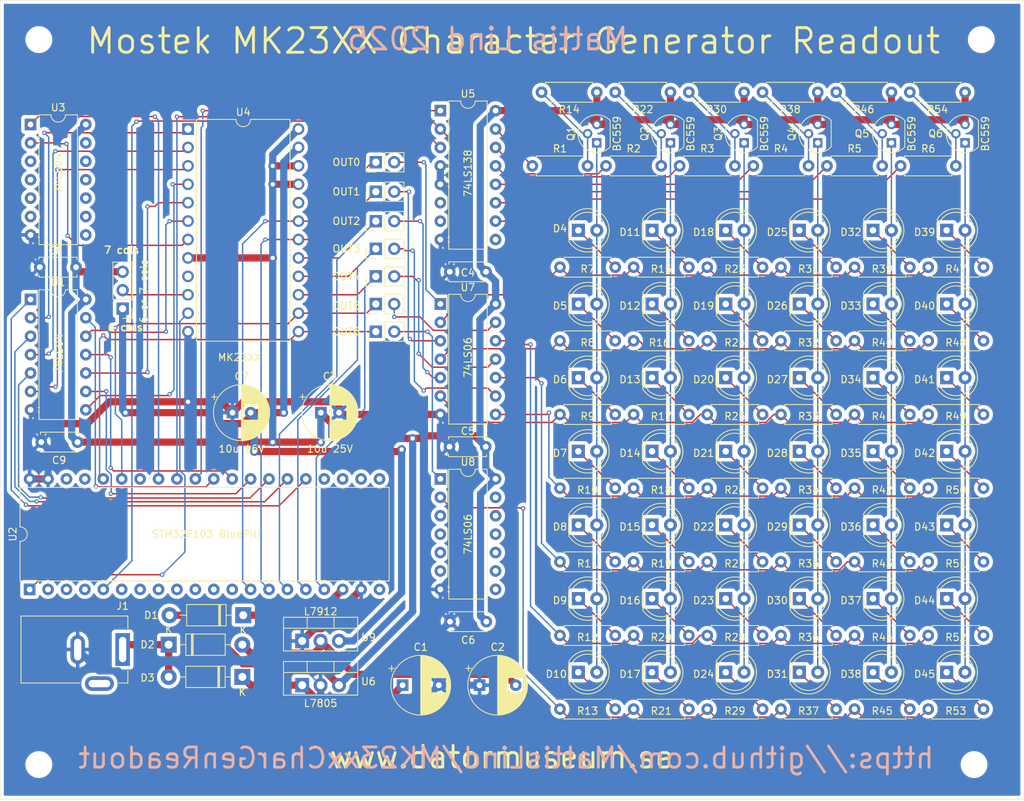
<source format=kicad_pcb>
(kicad_pcb (version 20240108) (generator "pcbnew") (generator_version "8.0")
  (layers (0 "F.Cu" signal) (31 "B.Cu" signal) (34 "B.Paste" user) (35 "F.Paste" user) (36 "B.SilkS" user "B.Silkscreen") (37 "F.SilkS" user "F.Silkscreen") (38 "B.Mask" user) (39 "F.Mask" user) (44 "Edge.Cuts" user))
  (net 0 "")
  (net 1 "Net-(D3-K)")
  (net 2 "GND")
  (net 3 "Net-(D2-A)")
  (net 4 "+5V")
  (net 5 "-12V")
  (net 6 "Net-(D1-K)")
  (net 7 "Net-(D2-K)")
  (net 8 "Net-(D4-K)")
  (net 9 "Net-(D10-A)")
  (net 10 "Net-(D5-K)")
  (net 11 "Net-(D6-K)")
  (net 12 "Net-(D7-K)")
  (net 13 "Net-(D8-K)")
  (net 14 "Net-(D9-K)")
  (net 15 "Net-(D10-K)")
  (net 16 "Net-(D11-K)")
  (net 17 "Net-(D11-A)")
  (net 18 "Net-(D12-K)")
  (net 19 "Net-(D13-K)")
  (net 20 "Net-(D14-K)")
  (net 21 "Net-(D15-K)")
  (net 22 "Net-(D16-K)")
  (net 23 "Net-(D17-K)")
  (net 24 "Net-(D18-A)")
  (net 25 "Net-(D18-K)")
  (net 26 "Net-(D19-K)")
  (net 27 "Net-(D20-K)")
  (net 28 "Net-(D21-K)")
  (net 29 "Net-(D22-K)")
  (net 30 "Net-(D23-K)")
  (net 31 "Net-(D24-K)")
  (net 32 "Net-(D25-A)")
  (net 33 "Net-(D25-K)")
  (net 34 "Net-(D26-K)")
  (net 35 "Net-(D27-K)")
  (net 36 "Net-(D28-K)")
  (net 37 "Net-(D29-K)")
  (net 38 "Net-(D30-K)")
  (net 39 "Net-(D31-K)")
  (net 40 "Net-(D32-A)")
  (net 41 "Net-(D32-K)")
  (net 42 "Net-(D33-K)")
  (net 43 "Net-(D34-K)")
  (net 44 "Net-(D35-K)")
  (net 45 "Net-(D36-K)")
  (net 46 "Net-(D37-K)")
  (net 47 "Net-(D38-K)")
  (net 48 "Net-(D39-K)")
  (net 49 "Net-(D39-A)")
  (net 50 "Net-(D40-K)")
  (net 51 "Net-(D41-K)")
  (net 52 "Net-(D42-K)")
  (net 53 "Net-(D43-K)")
  (net 54 "Net-(D44-K)")
  (net 55 "Net-(D45-K)")
  (net 57 "Net-(JP1-C)")
  (net 58 "/OUT1")
  (net 59 "/OUT0")
  (net 60 "/OUT2")
  (net 61 "/OUT3")
  (net 62 "/OUT4")
  (net 63 "/OUT5")
  (net 64 "/OUT6")
  (net 65 "Net-(Q1-B)")
  (net 66 "Net-(Q2-B)")
  (net 67 "Net-(Q3-B)")
  (net 68 "Net-(Q4-B)")
  (net 69 "Net-(Q5-B)")
  (net 70 "Net-(Q6-B)")
  (net 71 "Net-(U5-O0)")
  (net 72 "Net-(U5-O1)")
  (net 73 "Net-(U5-O2)")
  (net 74 "Net-(U5-O3)")
  (net 75 "Net-(U5-O4)")
  (net 76 "Net-(U5-O5)")
  (net 77 "Net-(R15-Pad2)")
  (net 78 "Net-(R16-Pad2)")
  (net 79 "Net-(R17-Pad2)")
  (net 80 "Net-(R10-Pad2)")
  (net 81 "Net-(R11-Pad2)")
  (net 82 "Net-(R12-Pad2)")
  (net 83 "Net-(R13-Pad2)")
  (net 84 "/IN5")
  (net 85 "/IN3")
  (net 86 "Net-(U4-A6)")
  (net 87 "/IN0")
  (net 88 "/IN2")
  (net 89 "/IN1")
  (net 90 "Net-(U4-A1)")
  (net 91 "Net-(U4-A5)")
  (net 92 "Net-(U4-A4)")
  (net 93 "/IN4")
  (net 94 "Net-(U4-A3)")
  (net 95 "Net-(U4-A2)")
  (net 97 "/CNT2")
  (net 99 "/CARRY")
  (net 105 "/CNT0")
  (net 108 "/CLK")
  (net 109 "/CNT1")
  (net 120 "Net-(U4-CLK)")
  (net 145 "Net-(OUT0-B)")
  (net 146 "Net-(OUT1-B)")
  (net 147 "Net-(OUT2-B)")
  (net 148 "Net-(OUT3-B)")
  (net 149 "Net-(OUT4-B)")
  (net 150 "Net-(OUT5-B)")
  (net 151 "Net-(OUT6-B)")
  (footprint "LED_THT:LED_D5.0mm" (layer "F.Cu") (at 195.58 107.95)
    (property "Reference" "D15")
    (property "Value" "LED_Small")
  )
  (footprint "LED_THT:LED_D5.0mm" (layer "F.Cu") (at 185.415 107.95)
    (property "Reference" "D8")
    (property "Value" "LED_Small")
  )
  (footprint "LED_THT:LED_D5.0mm" (layer "F.Cu") (at 205.74 77.47)
    (property "Reference" "D19")
    (property "Value" "LED_Small")
  )
  (footprint "Resistor_THT:R_Axial_DIN0207_L6.3mm_D2.5mm_P7.62mm_Horizontal" (layer "F.Cu") (at 179.07 58.42)
    (property "Reference" "R1")
    (property "Value" "10k")
  )
  (footprint "Capacitor_THT:CP_Radial_D8.0mm_P5.00mm" (layer "F.Cu") (at 161.173349 130.048)
    (property "Reference" "C1")
    (property "Value" "100u 25V")
  )
  (footprint "Capacitor_THT:C_Disc_D5.0mm_W2.5mm_P5.00mm" (layer "F.Cu") (at 116.332 96.52 180)
    (property "Reference" "C9")
    (property "Value" "100n")
  )
  (footprint "LED_THT:LED_D5.0mm" (layer "F.Cu") (at 236.22 128.27)
    (property "Reference" "D45")
    (property "Value" "LED_Small")
  )
  (footprint "LED_THT:LED_D5.0mm" (layer "F.Cu") (at 185.415 97.79)
    (property "Reference" "D7")
    (property "Value" "LED_Small")
  )
  (footprint "Connector_PinHeader_2.54mm:PinHeader_1x02_P2.54mm_Vertical" (layer "F.Cu") (at 157.48 61.976 90)
    (property "Reference" "OUT1")
    (property "Value" "Jumper_2_Small_Bridged")
  )
  (footprint "Package_DIP:DIP-40_W15.24mm" (layer "F.Cu") (at 109.728 116.84 90)
    (property "Reference" "U2")
    (property "Value" "STM32F103 BluePill")
  )
  (footprint "Resistor_THT:R_Axial_DIN0207_L6.3mm_D2.5mm_P7.62mm_Horizontal" (layer "F.Cu") (at 190.5 123.19 180)
    (property "Reference" "R12")
    (property "Value" "1k")
  )
  (footprint "Package_TO_SOT_THT:TO-92" (layer "F.Cu") (at 218.44 55.245 90)
    (property "Reference" "Q4")
    (property "Value" "BC559")
  )
  (footprint "LED_THT:LED_D5.0mm" (layer "F.Cu") (at 205.74 118.11)
    (property "Reference" "D23")
    (property "Value" "LED_Small")
  )
  (footprint "Package_DIP:DIP-16_W7.62mm" (layer "F.Cu") (at 166.38 50.8)
    (property "Reference" "U5")
    (property "Value" "74LS138")
  )
  (footprint "Resistor_THT:R_Axial_DIN0207_L6.3mm_D2.5mm_P7.62mm_Horizontal" (layer "F.Cu") (at 220.98 133.35 180)
    (property "Reference" "R37")
    (property "Value" "1k")
  )
  (footprint "LED_THT:LED_D5.0mm" (layer "F.Cu") (at 236.22 87.63)
    (property "Reference" "D41")
    (property "Value" "LED_Small")
  )
  (footprint "Resistor_THT:R_Axial_DIN0207_L6.3mm_D2.5mm_P7.62mm_Horizontal" (layer "F.Cu") (at 189.23 58.42)
    (property "Reference" "R2")
    (property "Value" "10k")
  )
  (footprint "Resistor_THT:R_Axial_DIN0207_L6.3mm_D2.5mm_P7.62mm_Horizontal" (layer "F.Cu") (at 210.82 113.03 180)
    (property "Reference" "R27")
    (property "Value" "1k")
  )
  (footprint "Resistor_THT:R_Axial_DIN0207_L6.3mm_D2.5mm_P7.62mm_Horizontal" (layer "F.Cu") (at 231.14 113.03 180)
    (property "Reference" "R43")
    (property "Value" "1k")
  )
  (footprint "Resistor_THT:R_Axial_DIN0207_L6.3mm_D2.5mm_P7.62mm_Horizontal" (layer "F.Cu") (at 220.98 113.03 180)
    (property "Reference" "R35")
    (property "Value" "1k")
  )
  (footprint "LED_THT:LED_D5.0mm" (layer "F.Cu") (at 215.9 87.63)
    (property "Reference" "D27")
    (property "Value" "LED_Small")
  )
  (footprint "Resistor_THT:R_Axial_DIN0207_L6.3mm_D2.5mm_P7.62mm_Horizontal" (layer "F.Cu") (at 241.3 102.87 180)
    (property "Reference" "R50")
    (property "Value" "1k")
  )
  (footprint "Resistor_THT:R_Axial_DIN0207_L6.3mm_D2.5mm_P7.62mm_Horizontal" (layer "F.Cu") (at 190.5 102.87 180)
    (property "Reference" "R10")
    (property "Value" "1k")
  )
  (footprint "Resistor_THT:R_Axial_DIN0207_L6.3mm_D2.5mm_P7.62mm_Horizontal" (layer "F.Cu") (at 200.66 123.19 180)
    (property "Reference" "R20")
    (property "Value" "1k")
  )
  (footprint "Resistor_THT:R_Axial_DIN0207_L6.3mm_D2.5mm_P7.62mm_Horizontal" (layer "F.Cu") (at 200.66 72.39 180)
    (property "Reference" "R15")
    (property "Value" "1k")
  )
  (footprint "LED_THT:LED_D5.0mm" (layer "F.Cu") (at 226.06 128.27)
    (property "Reference" "D38")
    (property "Value" "LED_Small")
  )
  (footprint "LED_THT:LED_D5.0mm" (layer "F.Cu") (at 205.74 87.63)
    (property "Reference" "D20")
    (property "Value" "LED_Small")
  )
  (footprint "LED_THT:LED_D5.0mm" (layer "F.Cu") (at 236.22 97.79)
    (property "Reference" "D42")
    (property "Value" "LED_Small")
  )
  (footprint "LED_THT:LED_D5.0mm" (layer "F.Cu") (at 195.58 77.47)
    (property "Reference" "D12")
    (property "Value" "LED_Small")
  )
  (footprint "Capacitor_THT:CP_Radial_D8.0mm_P5.00mm" (layer "F.Cu") (at 171.784 130.048)
    (property "Reference" "C2")
    (property "Value" "100u 25V")
  )
  (footprint "LED_THT:LED_D5.0mm" (layer "F.Cu") (at 195.58 87.63)
    (property "Reference" "D13")
    (property "Value" "LED_Small")
  )
  (footprint "Resistor_THT:R_Axial_DIN0207_L6.3mm_D2.5mm_P7.62mm_Horizontal" (layer "F.Cu") (at 231.14 133.35 180)
    (property "Reference" "R45")
    (property "Value" "1k")
  )
  (footprint "Resistor_THT:R_Axial_DIN0207_L6.3mm_D2.5mm_P7.62mm_Horizontal" (layer "F.Cu") (at 198.12 48.26 180)
    (property "Reference" "R22")
    (property "Value" "10k")
  )
  (footprint "Resistor_THT:R_Axial_DIN0207_L6.3mm_D2.5mm_P7.62mm_Horizontal" (layer "F.Cu") (at 229.87 58.42)
    (property "Reference" "R6")
    (property "Value" "10k")
  )
  (footprint "Resistor_THT:R_Axial_DIN0207_L6.3mm_D2.5mm_P7.62mm_Horizontal" (layer "F.Cu") (at 200.66 92.71 180)
    (property "Reference" "R17")
    (property "Value" "1k")
  )
  (footprint "Resistor_THT:R_Axial_DIN0207_L6.3mm_D2.5mm_P7.62mm_Horizontal" (layer "F.Cu") (at 220.98 72.39 180)
    (property "Reference" "R31")
    (property "Value" "1k")
  )
  (footprint "Connector_BarrelJack:BarrelJack_Kycon_KLDX-0202-xC_Horizontal" (layer "F.Cu") (at 122.555 125.13)
    (property "Reference" "J1")
    (property "Value" "AC IN")
  )
  (footprint "LED_THT:LED_D5.0mm" (layer "F.Cu") (at 185.415 87.63)
    (property "Reference" "D6")
    (property "Value" "LED_Small")
  )
  (footprint "Connector_PinHeader_2.54mm:PinHeader_1x02_P2.54mm_Vertical" (layer "F.Cu") (at 157.48 57.912 90)
    (property "Reference" "OUT0")
    (property "Value" "Jumper_2_Small_Bridged")
  )
  (footprint "Capacitor_THT:CP_Radial_D7.5mm_P2.50mm" (layer "F.Cu") (at 149.9 92.456)
    (property "Reference" "C3")
    (property "Value" "10u 25V")
  )
  (footprint "Resistor_THT:R_Axial_DIN0207_L6.3mm_D2.5mm_P7.62mm_Horizontal" (layer "F.Cu") (at 190.5 72.39 180)
    (property "Reference" "R7")
    (property "Value" "1k")
  )
  (footprint "LED_THT:LED_D5.0mm" (layer "F.Cu") (at 205.74 67.31)
    (property "Reference" "D18")
    (property "Value" "LED_Small")
  )
  (footprint "Resistor_THT:R_Axial_DIN0207_L6.3mm_D2.5mm_P7.62mm_Horizontal" (layer "F.Cu") (at 241.3 82.55 180)
    (property "Reference" "R48")
    (property "Value" "1k")
  )
  (footprint "LED_THT:LED_D5.0mm" (layer "F.Cu") (at 215.9 107.95)
    (property "Reference" "D29")
    (property "Value" "LED_Small")
  )
  (footprint "Package_TO_SOT_THT:TO-220-3_Vertical" (layer "F.Cu") (at 147.32 123.952)
    (property "Reference" "U9")
    (property "Value" "L7912")
  )
  (footprint "LED_THT:LED_D5.0mm" (layer "F.Cu") (at 236.22 67.31)
    (property "Reference" "D39")
    (property "Value" "LED_Small")
  )
  (footprint "Resistor_THT:R_Axial_DIN0207_L6.3mm_D2.5mm_P7.62mm_Horizontal" (layer "F.Cu") (at 241.3 123.19 180)
    (property "Reference" "R52")
    (property "Value" "1k")
  )
  (footprint "Resistor_THT:R_Axial_DIN0207_L6.3mm_D2.5mm_P7.62mm_Horizontal" (layer "F.Cu") (at 190.5 82.55 180)
    (property "Reference" "R8")
    (property "Value" "1k")
  )
  (footprint "Resistor_THT:R_Axial_DIN0207_L6.3mm_D2.5mm_P7.62mm_Horizontal" (layer "F.Cu") (at 238.76 48.26 180)
    (property "Reference" "R54")
    (property "Value" "10k")
  )
  (footprint "LED_THT:LED_D5.0mm" (layer "F.Cu") (at 236.22 77.47)
    (property "Reference" "D40")
    (property "Value" "LED_Small")
  )
  (footprint "Resistor_THT:R_Axial_DIN0207_L6.3mm_D2.5mm_P7.62mm_Horizontal" (layer "F.Cu") (at 190.5 113.03 180)
    (property "Reference" "R11")
    (property "Value" "1k")
  )
  (footprint "LED_THT:LED_D5.0mm" (layer "F.Cu") (at 226.06 97.79)
    (property "Reference" "D35")
    (property "Value" "LED_Small")
  )
  (footprint "Capacitor_THT:C_Disc_D5.0mm_W2.5mm_P5.00mm" (layer "F.Cu") (at 172.68 73.025 180)
    (property "Reference" "C4")
    (property "Value" "100n")
  )
  (footprint "Diode_THT:D_DO-41_SOD81_P10.16mm_Horizontal" (layer "F.Cu") (at 139.192 120.396 180)
    (property "Reference" "D1")
    (property "Value" "D_Schottky_Small")
  )
  (footprint "Resistor_THT:R_Axial_DIN0207_L6.3mm_D2.5mm_P7.62mm_Horizontal" (layer "F.Cu") (at 231.14 82.55 180)
    (property "Reference" "R40")
    (property "Value" "1k")
  )
  (footprint "Capacitor_THT:CP_Radial_D7.5mm_P2.50mm" (layer "F.Cu") (at 137.708 92.456)
    (property "Reference" "C7")
    (property "Value" "10u 16V")
  )
  (footprint "LED_THT:LED_D5.0mm" (layer "F.Cu") (at 205.74 107.95)
    (property "Reference" "D22")
    (property "Value" "LED_Small")
  )
  (footprint "Connector_PinHeader_2.54mm:PinHeader_1x02_P2.54mm_Vertical" (layer "F.Cu") (at 157.48 66.04 90)
    (property "Reference" "OUT2")
    (property "Value" "Jumper_2_Small_Bridged")
  )
  (footprint "Resistor_THT:R_Axial_DIN0207_L6.3mm_D2.5mm_P7.62mm_Horizontal" (layer "F.Cu") (at 199.39 58.42)
    (property "Reference" "R3")
    (property "Value" "10k")
  )
  (footprint "LED_THT:LED_D5.0mm" (layer "F.Cu") (at 226.06 67.31)
    (property "Reference" "D32")
    (property "Value" "LED_Small")
  )
  (footprint "LED_THT:LED_D5.0mm" (layer "F.Cu") (at 205.74 128.27)
    (property "Reference" "D24")
    (property "Value" "LED_Small")
  )
  (footprint "Capacitor_THT:C_Disc_D5.0mm_W2.5mm_P5.00mm" (layer "F.Cu") (at 172.64 97.155 180)
    (property "Reference" "C5")
    (property "Value" "100n")
  )
  (footprint "Resistor_THT:R_Axial_DIN0207_L6.3mm_D2.5mm_P7.62mm_Horizontal" (layer "F.Cu") (at 241.3 92.71 180)
    (property "Reference" "R49")
    (property "Value" "1k")
  )
  (footprint "Resistor_THT:R_Axial_DIN0207_L6.3mm_D2.5mm_P7.62mm_Horizontal" (layer "F.Cu") (at 190.5 133.35 180)
    (property "Reference" "R13")
    (property "Value" "1k")
  )
  (footprint "Resistor_THT:R_Axial_DIN0207_L6.3mm_D2.5mm_P7.62mm_Horizontal" (layer "F.Cu") (at 200.66 113.03 180)
    (property "Reference" "R19")
    (property "Value" "1k")
  )
  (footprint "Resistor_THT:R_Axial_DIN0207_L6.3mm_D2.5mm_P7.62mm_Horizontal" (layer "F.Cu") (at 210.82 102.87 180)
    (property "Reference" "R26")
    (property "Value" "1k")
  )
  (footprint "Resistor_THT:R_Axial_DIN0207_L6.3mm_D2.5mm_P7.62mm_Horizontal" (layer "F.Cu") (at 228.6 48.26 180)
    (property "Reference" "R46")
    (property "Value" "10k")
  )
  (footprint "Resistor_THT:R_Axial_DIN0207_L6.3mm_D2.5mm_P7.62mm_Horizontal" (layer "F.Cu") (at 231.14 102.87 180)
    (property "Reference" "R42")
    (property "Value" "1k")
  )
  (footprint "LED_THT:LED_D5.0mm" (layer "F.Cu") (at 185.42 77.47)
    (property "Reference" "D5")
    (property "Value" "LED_Small")
  )
  (footprint "Capacitor_THT:C_Disc_D5.0mm_W2.5mm_P5.00mm" (layer "F.Cu") (at 116.125 72.39 180)
    (property "Reference" "C8")
    (property "Value" "100n")
  )
  (footprint "Connector_PinHeader_2.54mm:PinHeader_1x02_P2.54mm_Vertical" (layer "F.Cu") (at 157.475 77.47 90)
    (property "Reference" "OUT5")
    (property "Value" "Jumper_2_Small_Bridged")
  )
  (footprint "Resistor_THT:R_Axial_DIN0207_L6.3mm_D2.5mm_P7.62mm_Horizontal" (layer "F.Cu") (at 210.82 72.39 180)
    (property "Reference" "R23")
    (property "Value" "1k")
  )
  (footprint "LED_THT:LED_D5.0mm" (layer "F.Cu") (at 215.895 67.31)
    (property "Reference" "D25")
    (property "Value" "LED_Small")
  )
  (footprint "Package_TO_SOT_THT:TO-92" (layer "F.Cu") (at 238.76 55.245 90)
    (property "Reference" "Q6")
    (property "Value" "BC559")
  )
  (footprint "Resistor_THT:R_Axial_DIN0207_L6.3mm_D2.5mm_P7.62mm_Horizontal" (layer "F.Cu") (at 200.66 82.55 180)
    (property "Reference" "R16")
    (property "Value" "1k")
  )
  (footprint "Connector_PinHeader_2.54mm:PinHeader_1x02_P2.54mm_Vertical" (layer "F.Cu") (at 157.475 73.66 90)
    (property "Reference" "OUT4")
    (property "Value" "Jumper_2_Small_Bridged")
  )
  (footprint "Resistor_THT:R_Axial_DIN0207_L6.3mm_D2.5mm_P7.62mm_Horizontal" (layer "F.Cu") (at 208.28 48.26 180)
    (property "Reference" "R30")
    (property "Value" "10k")
  )
  (footprint "Resistor_THT:R_Axial_DIN0207_L6.3mm_D2.5mm_P7.62mm_Horizontal" (layer "F.Cu") (at 220.98 82.55 180)
    (property "Reference" "R32")
    (property "Value" "1k")
  )
  (footprint "LED_THT:LED_D5.0mm" (layer "F.Cu") (at 236.22 118.11)
    (property "Reference" "D44")
    (property "Value" "LED_Small")
  )
  (footprint "LED_THT:LED_D5.0mm" (layer "F.Cu") (at 226.06 118.11)
    (property "Reference" "D37")
    (property "Value" "LED_Small")
  )
  (footprint "LED_THT:LED_D5.0mm" (layer "F.Cu") (at 215.9 77.47)
    (property "Reference" "D26")
    (property "Value" "LED_Small")
  )
  (footprint "Connector_PinHeader_2.54mm:PinHeader_1x03_P2.54mm_Vertical" (layer "F.Cu") (at 122.555 78.105 180)
    (property "Reference" "JP1" (hide yes))
    (property "Value" "6 or 7 cols")
  )
  (footprint "LED_THT:LED_D5.0mm" (layer "F.Cu") (at 195.58 128.27)
    (property "Reference" "D17")
    (property "Value" "LED_Small")
  )
  (footprint "Resistor_THT:R_Axial_DIN0207_L6.3mm_D2.5mm_P7.62mm_Horizontal" (layer "F.Cu") (at 190.5 92.71 180)
    (property "Reference" "R9")
    (property "Value" "1k")
  )
  (footprint "LED_THT:LED_D5.0mm" (layer "F.Cu") (at 226.055 87.63)
    (property "Reference" "D34")
    (property "Value" "LED_Small")
  )
  (footprint "Resistor_THT:R_Axial_DIN0207_L6.3mm_D2.5mm_P7.62mm_Horizontal" (layer "F.Cu") (at 220.98 123.19 180)
    (property "Reference" "R36")
    (property "Value" "1k")
  )
  (footprint "Package_DIP:DIP-14_W7.62mm" (layer "F.Cu") (at 109.855 52.705)
    (property "Reference" "U3")
    (property "Value" "74LS04")
  )
  (footprint "Resistor_THT:R_Axial_DIN0207_L6.3mm_D2.5mm_P7.62mm_Horizontal" (layer "F.Cu") (at 218.44 48.26 180)
    (property "Reference" "R38")
    (property "Value" "10k")
  )
  (footprint "LED_THT:LED_D5.0mm" (layer "F.Cu") (at 205.74 97.79)
    (property "Reference" "D21")
    (property "Value" "LED_Small")
  )
  (footprint "Resistor_THT:R_Axial_DIN0207_L6.3mm_D2.5mm_P7.62mm_Horizontal" (layer "F.Cu") (at 187.96 48.26 180)
    (property "Reference" "R14")
    (property "Value" "10k")
  )
  (footprint "Package_DIP:DIP-14_W7.62mm" (layer "F.Cu") (at 166.38 77.465)
    (property "Reference" "U7")
    (property "Value" "74LS06")
  )
  (footprint "Resistor_THT:R_Axial_DIN0207_L6.3mm_D2.5mm_P7.62mm_Horizontal" (layer "F.Cu") (at 200.66 133.35 180)
    (property "Reference" "R21")
    (property "Value" "1k")
  )
  (footprint "MountingHole:MountingHole_3.2mm_M3" (layer "F.Cu") (at 111 41)
    (property "Reference" "H3" (hide yes))
    (property "Value" "MountingHole")
  )
  (footprint "Package_DIP:DIP-14_W7.62mm" (layer "F.Cu") (at 109.855 76.83)
    (property "Reference" "U1")
    (property "Value" "74LS04")
  )
  (footprint "LED_THT:LED_D5.0mm" (layer "F.Cu") (at 215.9 118.11)
    (property "Reference" "D30")
    (property "Value" "LED_Small")
  )
  (footprint "Connector_PinHeader_2.54mm:PinHeader_1x02_P2.54mm_Vertical" (layer "F.Cu") (at 157.48 69.85 90)
    (property "Reference" "OUT3")
    (property "Value" "Jumper_2_Small_Bridged")
  )
  (footprint "Resistor_THT:R_Axial_DIN0207_L6.3mm_D2.5mm_P7.62mm_Horizontal" (layer "F.Cu") (at 219.71 58.42)
    (property "Reference" "R5")
    (property "Value" "10k")
  )
  (footprint "LED_THT:LED_D5.0mm" (layer "F.Cu") (at 185.415 128.27)
    (property "Reference" "D10")
    (property "Value" "LED_Small")
  )
  (footprint "Diode_THT:D_DO-41_SOD81_P10.16mm_Horizontal" (layer "F.Cu") (at 139.065 128.905 180)
    (property "Reference" "D3")
    (property "Value" "1N4004")
  )
  (footprint "LED_THT:LED_D5.0mm" (layer "F.Cu") (at 195.58 97.79)
    (property "Reference" "D14")
    (property "Value" "LED_Small")
  )
  (footprint "Resistor_THT:R_Axial_DIN0207_L6.3mm_D2.5mm_P7.62mm_Horizontal" (layer "F.Cu") (at 210.82 133.35 180)
    (property "Reference" "R29")
    (property "Value" "1k")
  )
  (footprint "LED_THT:LED_D5.0mm" (layer "F.Cu") (at 195.58 67.31)
    (property "Reference" "D11")
    (property "Value" "LED_Small")
  )
  (footprint "Resistor_THT:R_Axial_DIN0207_L6.3mm_D2.5mm_P7.62mm_Horizontal" (layer "F.Cu") (at 231.14 92.71 180)
    (property "Reference" "R41")
    (property "Value" "1k")
  )
  (footprint "LED_THT:LED_D5.0mm" (layer "F.Cu") (at 185.42 67.31)
    (property "Reference" "D4")
    (property "Value" "LED_Small")
  )
  (footprint "Resistor_THT:R_Axial_DIN0207_L6.3mm_D2.5mm_P7.62mm_Horizontal" (layer "F.Cu") (at 220.98 92.71 180)
    (property "Reference" "R33")
    (property "Value" "1k")
  )
  (footprint "MountingHole:MountingHole_3.2mm_M3" (layer "F.Cu") (at 240 141)
    (property "Reference" "H4" (hide yes))
    (property "Value" "MountingHole")
  )
  (footprint "MountingHole:MountingHole_3.2mm_M3" (layer "F.Cu") (at 241 41)
    (property "Reference" "H1" (hide yes))
    (property "Value" "MountingHole")
  )
  (footprint "Resistor_THT:R_Axial_DIN0207_L6.3mm_D2.5mm_P7.62mm_Horizontal" (layer "F.Cu") (at 210.82 92.71 180)
    (property "Reference" "R25")
    (property "Value" "1k")
  )
  (footprint "Resistor_THT:R_Axial_DIN0207_L6.3mm_D2.5mm_P7.62mm_Horizontal" (layer "F.Cu") (at 231.14 123.19 180)
    (property "Reference" "R44")
    (property "Value" "1k")
  )
  (footprint "Package_DIP:DIP-14_W7.62mm" (layer "F.Cu") (at 166.38 101.595)
    (property "Reference" "U8")
    (property "Value" "74LS06")
  )
  (footprint "Package_TO_SOT_THT:TO-220-3_Vertical" (layer "F.Cu") (at 147.32 130.048)
    (property "Reference" "U6")
    (property "Value" "L7805")
  )
  (footprint "LED_THT:LED_D5.0mm" (layer "F.Cu") (at 226.06 107.95)
    (property "Reference" "D36")
    (property "Value" "LED_Small")
  )
  (footprint "LED_THT:LED_D5.0mm" (layer "F.Cu") (at 226.06 77.47)
    (property "Reference" "D33")
    (property "Value" "LED_Small")
  )
  (footprint "Resistor_THT:R_Axial_DIN0207_L6.3mm_D2.5mm_P7.62mm_Horizontal" (layer "F.Cu") (at 210.82 123.19 180)
    (property "Reference" "R28")
    (property "Value" "1k")
  )
  (footprint "Resistor_THT:R_Axial_DIN0207_L6.3mm_D2.5mm_P7.62mm_Horizontal" (layer "F.Cu") (at 241.3 72.39 180)
    (property "Reference" "R47")
    (property "Value" "1k")
  )
  (footprint "Capacitor_THT:C_Disc_D5.0mm_W2.5mm_P5.00mm" (layer "F.Cu") (at 172.72 121.285 180)
    (property "Reference" "C6")
    (property "Value" "100n")
  )
  (footprint "MountingHole:MountingHole_3.2mm_M3" (layer "F.Cu") (at 111 141)
    (property "Reference" "H2" (hide yes))
    (property "Value" "MountingHole")
  )
  (footprint "LED_THT:LED_D5.0mm" (layer "F.Cu") (at 215.9 128.27)
    (property "Reference" "D31")
    (property "Value" "LED_Small")
  )
  (footprint "Package_TO_SOT_THT:TO-92" (layer "F.Cu") (at 208.28 55.245 90)
    (property "Reference" "Q3")
    (property "Value" "BC559")
  )
  (footprint "Resistor_THT:R_Axial_DIN0207_L6.3mm_D2.5mm_P7.62mm_Horizontal" (layer "F.Cu") (at 241.3 113.03 180)
    (property "Reference" "R51")
    (property "Value" "1k")
  )
  (footprint "Resistor_THT:R_Axial_DIN0207_L6.3mm_D2.5mm_P7.62mm_Horizontal" (layer "F.Cu") (at 241.3 133.35 180)
    (property "Reference" "R53")
    (property "Value" "1k")
  )
  (footprint "Diode_THT:D_DO-41_SOD81_P10.16mm_Horizontal" (layer "F.Cu") (at 128.905 124.46)
    (property "Reference" "D2")
    (property "Value" "1N4004")
  )
  (footprint "Package_TO_SOT_THT:TO-92" (layer "F.Cu") (at 228.6 55.245 90)
    (property "Reference" "Q5")
    (property "Value" "BC559")
  )
  (footprint "Package_DIP:DIP-24_W15.24mm" (layer "F.Cu") (at 131.572 53.335)
    (property "Reference" "U4")
    (property "Value" "MK23XX")
  )
  (footprint "Resistor_THT:R_Axial_DIN0207_L6.3mm_D2.5mm_P7.62mm_Horizontal" (layer "F.Cu") (at 231.14 72.39 180)
    (property "Reference" "R39")
    (property "Value" "1k")
  )
  (footprint "Connector_PinHeader_2.54mm:PinHeader_1x02_P2.54mm_Vertical" (layer "F.Cu") (at 157.48 81.28 90)
    (property "Reference" "OUT6")
    (property "Value" "Jumper_2_Small_Bridged")
  )
  (footprint "Resistor_THT:R_Axial_DIN0207_L6.3mm_D2.5mm_P7.62mm_Horizontal" (layer "F.Cu") (at 220.98 102.87 180)
    (property "Reference" "R34")
    (property "Value" "1k")
  )
  (footprint "Resistor_THT:R_Axial_DIN0207_L6.3mm_D2.5mm_P7.62mm_Horizontal" (layer "F.Cu") (at 209.55 58.42)
    (property "Reference" "R4")
    (property "Value" "10k")
  )
  (footprint "LED_THT:LED_D5.0mm" (layer "F.Cu") (at 195.58 118.11)
    (property "Reference" "D16")
    (property "Value" "LED_Small")
  )
  (footprint "Package_TO_SOT_THT:TO-92" (layer "F.Cu") (at 198.12 55.245 90)
    (property "Reference" "Q2")
    (property "Value" "BC559")
  )
  (footprint "Package_TO_SOT_THT:TO-92" (layer "F.Cu") (at 187.96 55.245 90)
    (property "Reference" "Q1")
    (property "Value" "BC559")
  )
  (footprint "LED_THT:LED_D5.0mm" (layer "F.Cu") (at 185.42 118.11)
    (property "Reference" "D9")
    (property "Value" "LED_Small")
  )
  (footprint "LED_THT:LED_D5.0mm" (layer "F.Cu") (at 215.9 97.79)
    (property "Reference" "D28")
    (property "Value" "LED_Small")
  )
  (footprint "Resistor_THT:R_Axial_DIN0207_L6.3mm_D2.5mm_P7.62mm_Horizontal" (layer "F.Cu") (at 200.66 102.87 180)
    (property "Reference" "R18")
    (property "Value" "1k")
  )
  (footprint "Resistor_THT:R_Axial_DIN0207_L6.3mm_D2.5mm_P7.62mm_Horizontal" (layer "F.Cu") (at 210.82 82.55 180)
    (property "Reference" "R24")
    (property "Value" "1k")
  )
  (footprint "LED_THT:LED_D5.0mm" (layer "F.Cu") (at 236.22 107.95)
    (property "Reference" "D43")
    (property "Value" "LED_Small")
  )
  (gr_line (start 246.888 145.796) (end 105.664 145.796) (stroke (width 0.05)) (layer "Edge.Cuts"))
  (gr_line (start 246.888 35.56) (end 246.888 145.796) (stroke (width 0.05)) (layer "Edge.Cuts"))
  (gr_line (start 105.664 145.796) (end 105.664 35.56) (stroke (width 0.05)) (layer "Edge.Cuts"))
  (gr_line (start 105.664 35.56) (end 246.888 35.56) (stroke (width 0.05)) (layer "Edge.Cuts"))
  (gr_text "https://github.com/MattisLind/MK23xxCharGenReadout" (at 234.696 141.732 0) (layer "B.SilkS") (effects (font (size 2.8 2.8) (thickness 0.38)) (justify left bottom mirror)))
  (gr_text "Mattis Lind 2025" (at 192.532 42.672 0) (layer "B.SilkS") (effects (font (size 3 3) (thickness 0.4)) (justify left bottom mirror)))
  (gr_text "Mostek MK23XX Character Generator Readout" (at 117.348 43.18 0) (layer "F.SilkS") (effects (font (size 3.4 3.4) (thickness 0.4)) (justify left bottom)))
  (gr_text "7 cols" (at 119.888 70.612 0) (layer "F.SilkS") (effects (font (size 1 1) (thickness 0.2) (bold yes)) (justify left bottom)))
  (gr_text "www.datormuseum.se" (at 150.876 141.732 0) (layer "F.SilkS") (effects (font (size 3 3) (thickness 0.4)) (justify left bottom)))
  (gr_text "6 cols" (at 120.396 81.28 0) (layer "F.SilkS") (effects (font (size 1 1) (thickness 0.2) (bold yes)) (justify left bottom)))
  (segment (start 140.208 130.048) (end 139.065 128.905) (width 1) (layer "F.Cu") (net 1))
  (segment (start 147.32 130.048) (end 140.208 130.048) (width 1) (layer "F.Cu") (net 1))
  (segment (start 149.02 131.748) (end 159.473349 131.748) (width 1) (layer "F.Cu") (net 1))
  (segment (start 159.473349 131.748) (end 161.173349 130.048) (width 1) (layer "F.Cu") (net 1))
  (segment (start 147.32 130.048) (end 149.02 131.748) (width 1) (layer "F.Cu") (net 1))
  (segment (start 111.765 93.98) (end 109.855 92.07) (width 1) (layer "F.Cu") (net 2))
  (segment (start 117.686321 93.98) (end 111.765 93.98) (width 1) (layer "F.Cu") (net 2))
  (segment (start 120.710321 90.956) (end 117.686321 93.98) (width 1) (layer "F.Cu") (net 2))
  (segment (start 137.708 92.456) (end 136.208 90.956) (width 1) (layer "F.Cu") (net 2))
  (segment (start 152.4 91.32463) (end 152.03137 90.956) (width 1) (layer "F.Cu") (net 2))
  (segment (start 166.38 92.705) (end 152.649 92.705) (width 1) (layer "F.Cu") (net 2))
  (segment (start 131.572 90.956) (end 120.710321 90.956) (width 1) (layer "F.Cu") (net 2))
  (segment (start 109.728 101.6) (end 112.268 101.6) (width 1) (layer "F.Cu") (net 2))
  (segment (start 147.32 123.952) (end 149.02 122.252) (width 1) (layer "F.Cu") (net 2))
  (segment (start 152.03137 90.956) (end 139.208 90.956) (width 1) (layer "F.Cu") (net 2))
  (segment (start 139.208 90.956) (end 137.708 92.456) (width 1) (layer "F.Cu") (net 2))
  (segment (start 152.4 92.456) (end 152.4 91.32463) (width 1) (layer "F.Cu") (net 2))
  (segment (start 150.036 122.252) (end 155.448 116.84) (width 1) (layer "F.Cu") (net 2))
  (segment (start 149.02 122.252) (end 150.036 122.252) (width 1) (layer "F.Cu") (net 2))
  (segment (start 152.649 92.705) (end 152.4 92.456) (width 1) (layer "F.Cu") (net 2))
  (segment (start 136.208 90.956) (end 131.572 90.956) (width 1) (layer "F.Cu") (net 2))
  (via (at 131.572 90.956) (size 1.2) (drill 0.6) (layers "F.Cu" "B.Cu") (net 2))
  (segment (start 166.38 116.835) (end 167.88 115.335) (width 1) (layer "B.Cu") (net 2))
  (segment (start 167.68 73.025) (end 167.68 69.88) (width 1) (layer "B.Cu") (net 2))
  (segment (start 131.572 81.275) (end 131.572 90.956) (width 1) (layer "B.Cu") (net 2))
  (segment (start 149.86 131.748) (end 125.588 131.748) (width 1) (layer "B.Cu") (net 2))
  (segment (start 167.68 69.88) (end 166.38 68.58) (width 1) (layer "B.Cu") (net 2))
  (segment (start 112.268 101.6) (end 112.268 97.456) (width 1) (layer "B.Cu") (net 2))
  (segment (start 112.268 97.456) (end 111.332 96.52) (width 1) (layer "B.Cu") (net 2))
  (segment (start 147.32 123.952) (end 147.32 127.508) (width 0.2) (layer "B.Cu") (net 2))
  (segment (start 111.355 90.57) (end 111.355 72.62) (width 1) (layer "B.Cu") (net 2))
  (segment (start 166.38 60.96) (end 166.38 58.42) (width 1) (layer "B.Cu") (net 2))
  (segment (start 125.588 131.748) (end 121.92 128.08) (width 1) (layer "B.Cu") (net 2))
  (segment (start 111.125 69.215) (end 109.855 67.945) (width 1) (layer "B.Cu") (net 2))
  (segment (start 167.88 73.225) (end 167.68 73.025) (width 1) (layer "B.Cu") (net 2))
  (segment (start 147.32 127.508) (end 149.86 130.048) (width 0.2) (layer "B.Cu") (net 2))
  (segment (start 166.38 68.58) (end 167.88 67.08) (width 1) (layer "B.Cu") (net 2))
  (segment (start 167.64 93.965) (end 166.38 92.705) (width 1) (layer "B.Cu") (net 2))
  (segment (start 166.173349 130.048) (end 164.473349 131.748) (width 1) (layer "B.Cu") (net 2))
  (segment (start 149.86 130.048) (end 149.86 131.748) (width 1) (layer "B.Cu") (net 2))
  (segment (start 121.92 128.08) (end 119.305 128.08) (width 1) (layer "B.Cu") (net 2))
  (segment (start 109.855 92.07) (end 111.355 90.57) (width 1) (layer "B.Cu") (net 2))
  (segment (start 167.88 97.395) (end 167.64 97.155) (width 1) (layer "B.Cu") (net 2))
  (segment (start 167.72 118.175) (end 166.38 116.835) (width 1) (layer "B.Cu") (net 2))
  (segment (start 167.72 121.285) (end 167.72 118.175) (width 1) (layer "B.Cu") (net 2))
  (segment (start 119.305 128.08) (end 116.355 125.13) (width 1) (layer "B.Cu") (net 2))
  (segment (start 164.473349 131.748) (end 149.86 131.748) (width 1) (layer "B.Cu") (net 2))
  (segment (start 167.64 93.965) (end 167.88 93.725) (width 1) (layer "B.Cu") (net 2))
  (segment (start 167.88 93.725) (end 167.88 73.225) (width 1) (layer "B.Cu") (net 2))
  (segment (start 166.173349 130.048) (end 166.173349 122.831651) (width 1) (layer "B.Cu") (net 2))
  (segment (start 111.332 93.547) (end 109.855 92.07) (width 1) (layer "B.Cu") (net 2))
  (segment (start 171.784 130.048) (end 166.173349 130.048) (width 1) (layer "B.Cu") (net 2))
  (segment (start 167.88 62.46) (end 166.38 60.96) (width 1) (layer "B.Cu") (net 2))
  (segment (start 167.88 67.08) (end 167.88 62.46) (width 1) (layer "B.Cu") (net 2))
  (segment (start 167.64 97.155) (end 167.64 93.965) (width 1) (layer "B.Cu") (net 2))
  (segment (start 111.125 72.39) (end 111.125 69.215) (width 1) (layer "B.Cu") (net 2))
  (segment (start 166.173349 122.831651) (end 167.72 121.285) (width 1) (layer "B.Cu") (net 2))
  (segment (start 111.355 72.62) (end 111.125 72.39) (width 1) (layer "B.Cu") (net 2))
  (segment (start 167.88 115.335) (end 167.88 97.395) (width 1) (layer "B.Cu") (net 2))
  (segment (start 111.332 96.52) (end 111.332 93.547) (width 1) (layer "B.Cu") (net 2))
  (segment (start 154.456 128.548) (end 175.284 128.548) (width 1) (layer "F.Cu") (net 3))
  (segment (start 140.257 125.652) (end 139.065 124.46) (width 1) (layer "F.Cu") (net 3))
  (segment (start 148.9725 125.652) (end 140.257 125.652) (width 1) (layer "F.Cu") (net 3))
  (segment (start 149.86 123.952) (end 154.456 128.548) (width 1) (layer "F.Cu") (net 3))
  (segment (start 149.86 124.7645) (end 148.9725 125.652) (width 1) (layer "F.Cu") (net 3))
  (segment (start 149.86 123.952) (end 149.86 124.7645) (width 1) (layer "F.Cu") (net 3))
  (segment (start 175.284 128.548) (end 176.784 130.048) (width 1) (layer "F.Cu") (net 3))
  (segment (start 162.56 96.012) (end 153.456 96.012) (width 1) (layer "F.Cu") (net 4))
  (segment (start 143.261 60.955) (end 143.256 60.96) (width 1) (layer "F.Cu") (net 4))
  (segment (start 227.950001 52.055001) (end 228.6 52.705) (width 1) (layer "F.Cu") (net 4))
  (segment (start 238.76 52.705) (end 238.76 48.26) (width 1) (layer "F.Cu") (net 4))
  (segment (start 218.44 52.705) (end 218.44 48.26) (width 1) (layer "F.Cu") (net 4))
  (segment (start 153.456 96.012) (end 149.9 92.456) (width 1) (layer "F.Cu") (net 4))
  (segment (start 171.14 95.655) (end 172.64 97.155) (width 1) (layer "F.Cu") (net 4))
  (segment (start 143.251 71.115) (end 143.256 71.12) (width 1) (layer "F.Cu") (net 4))
  (segment (start 187.96 52.705) (end 187.96 48.26) (width 1) (layer "F.Cu") (net 4))
  (segment (start 210.326999 52.055001) (end 217.790001 52.055001) (width 1) (layer "F.Cu") (net 4))
  (segment (start 208.28 52.705) (end 208.28 48.26) (width 1) (layer "F.Cu") (net 4))
  (segment (start 143.256 96.52) (end 116.332 96.52) (width 1) (layer "F.Cu") (net 4))
  (segment (start 198.12 52.705) (end 199.009 52.705) (width 1) (layer "F.Cu") (net 4))
  (segment (start 132.455415 120.396) (end 139.164415 127.105) (width 1) (layer "F.Cu") (net 4))
  (segment (start 209.677 52.705) (end 210.326999 52.055001) (width 1) (layer "F.Cu") (net 4))
  (segment (start 208.28 52.705) (end 209.677 52.705) (width 1) (layer "F.Cu") (net 4))
  (segment (start 229.743 52.705) (end 230.392999 52.055001) (width 1) (layer "F.Cu") (net 4))
  (segment (start 163.933 95.655) (end 171.14 95.655) (width 1) (layer "F.Cu") (net 4))
  (segment (start 163.576 96.012) (end 163.933 95.655) (width 1) (layer "F.Cu") (net 4))
  (segment (start 187.96 52.705) (end 188.849 52.705) (width 1) (layer "F.Cu") (net 4))
  (segment (start 162.56 96.012) (end 163.576 96.012) (width 1) (layer "F.Cu") (net 4))
  (segment (start 122.555 73.025) (end 116.76 73.025) (width 1) (layer "F.Cu") (net 4))
  (segment (start 146.812 60.955) (end 143.261 60.955) (width 1) (layer "F.Cu") (net 4))
  (segment (start 188.849 52.705) (end 189.498999 52.055001) (width 1) (layer "F.Cu") (net 4))
  (segment (start 174 50.8) (end 186.055 50.8) (width 1) (layer "F.Cu") (net 4))
  (segment (start 131.572 71.115) (end 143.251 71.115) (width 1) (layer "F.Cu") (net 4))
  (segment (start 129.032 120.396) (end 132.455415 120.396) (width 1) (layer "F.Cu") (net 4))
  (segment (start 219.583 52.705) (end 220.232999 52.055001) (width 1) (layer "F.Cu") (net 4))
  (segment (start 146.812 58.415) (end 143.261 58.415) (width 1) (layer "F.Cu") (net 4))
  (segment (start 217.790001 52.055001) (end 218.44 52.705) (width 1) (layer "F.Cu") (net 4))
  (segment (start 228.6 52.705) (end 229.743 52.705) (width 1) (layer "F.Cu") (net 4))
  (segment (start 186.055 50.8) (end 187.96 52.705) (width 1) (layer "F.Cu") (net 4))
  (segment (start 207.630001 52.055001) (end 208.28 52.705) (width 1) (layer "F.Cu") (net 4))
  (segment (start 199.009 52.705) (end 199.658999 52.055001) (width 1) (layer "F.Cu") (net 4))
  (segment (start 220.232999 52.055001) (end 227.950001 52.055001) (width 1) (layer "F.Cu") (net 4))
  (segment (start 149.86 96.52) (end 143.256 96.52) (width 1) (layer "F.Cu") (net 4))
  (segment (start 139.164415 127.105) (end 149.457 127.105) (width 1) (layer "F.Cu") (net 4))
  (segment (start 198.12 52.705) (end 198.12 48.26) (width 1) (layer "F.Cu") (net 4))
  (segment (start 149.457 127.105) (end 152.4 130.048) (width 1) (layer "F.Cu") (net 4))
  (segment (start 230.392999 52.055001) (end 238.110001 52.055001) (width 1) (layer "F.Cu") (net 4))
  (segment (start 197.470001 52.055001) (end 198.12 52.705) (width 1) (layer "F.Cu") (net 4))
  (segment (start 228.6 52.705) (end 228.6 48.26) (width 1) (layer "F.Cu") (net 4))
  (segment (start 199.658999 52.055001) (end 207.630001 52.055001) (width 1) (layer "F.Cu") (net 4))
  (segment (start 116.76 73.025) (end 116.125 72.39) (width 1) (layer "F.Cu") (net 4))
  (segment (start 218.44 52.705) (end 219.583 52.705) (width 1) (layer "F.Cu") (net 4))
  (segment (start 238.110001 52.055001) (end 238.76 52.705) (width 1) (layer "F.Cu") (net 4))
  (segment (start 143.261 58.415) (end 143.256 58.42) (width 1) (layer "F.Cu") (net 4))
  (segment (start 189.498999 52.055001) (end 197.470001 52.055001) (width 1) (layer "F.Cu") (net 4))
  (via (at 149.86 96.52) (size 1.2) (drill 0.6) (layers "F.Cu" "B.Cu") (net 4))
  (via (at 143.256 71.12) (size 1.2) (drill 0.6) (layers "F.Cu" "B.Cu") (net 4))
  (via (at 143.256 60.96) (size 1.2) (drill 0.6) (layers "F.Cu" "B.Cu") (net 4))
  (via (at 143.256 96.52) (size 1.2) (drill 0.6) (layers "F.Cu" "B.Cu") (net 4))
  (via (at 143.256 58.42) (size 1.2) (drill 0.6) (layers "F.Cu" "B.Cu") (net 4))
  (via (at 162.56 96.012) (size 1.2) (drill 0.6) (layers "F.Cu" "B.Cu") (net 4))
  (segment (start 115.532001 95.720001) (end 115.532001 78.772999) (width 1) (layer "B.Cu") (net 4))
  (segment (start 116.332 96.52) (end 115.532001 95.720001) (width 1) (layer "B.Cu") (net 4))
  (segment (start 149.9 92.456) (end 149.9 96.48) (width 1) (layer "B.Cu") (net 4))
  (segment (start 172.68 73.025) (end 171.880001 72.225001) (width 1) (layer "B.Cu") (net 4))
  (segment (start 143.256 56.891) (end 143.256 58.42) (width 1) (layer "B.Cu") (net 4))
  (segment (start 171.840001 79.624999) (end 174 77.465) (width 1) (layer "B.Cu") (net 4))
  (segment (start 115.975 54.205) (end 115.975 72.24) (width 1) (layer "B.Cu") (net 4))
  (segment (start 116.125 72.39) (end 116.125 75.48) (width 1) (layer "B.Cu") (net 4))
  (segment (start 115.975 72.24) (end 116.125 72.39) (width 1) (layer "B.Cu") (net 4))
  (segment (start 146.812 53.335) (end 143.256 56.891) (width 1) (layer "B.Cu") (net 4))
  (segment (start 171.840001 96.355001) (end 171.840001 79.624999) (width 1) (layer "B.Cu") (net 4))
  (segment (start 174 74.345) (end 172.68 73.025) (width 1) (layer "B.Cu") (net 4))
  (segment (start 172.72 121.285) (end 171.920001 120.485001) (width 1) (layer "B.Cu") (net 4))
  (segment (start 171.880001 72.225001) (end 171.880001 52.919999) (width 1) (layer "B.Cu") (net 4))
  (segment (start 162.56 119.888) (end 162.56 96.012) (width 1) (layer "B.Cu") (net 4))
  (segment (start 149.9 96.48) (end 149.86 96.52) (width 1) (layer "B.Cu") (net 4))
  (segment (start 172.64 100.235) (end 174 101.595) (width 1) (layer "B.Cu") (net 4))
  (segment (start 171.920001 120.485001) (end 171.920001 103.674999) (width 1) (layer "B.Cu") (net 4))
  (segment (start 115.532001 78.772999) (end 117.475 76.83) (width 1) (layer "B.Cu") (net 4))
  (segment (start 143.256 60.96) (end 143.256 71.12) (width 1) (layer "B.Cu") (net 4))
  (segment (start 172.64 97.155) (end 172.64 100.235) (width 1) (layer "B.Cu") (net 4))
  (segment (start 152.4 130.048) (end 162.56 119.888) (width 1) (layer "B.Cu") (net 4))
  (segment (start 174 77.465) (end 174 74.345) (width 1) (layer "B.Cu") (net 4))
  (segment (start 143.256 71.12) (end 143.256 96.52) (width 1) (layer "B.Cu") (net 4))
  (segment (start 172.64 97.155) (end 171.840001 96.355001) (width 1) (layer "B.Cu") (net 4))
  (segment (start 143.256 58.42) (end 143.256 60.96) (width 1) (layer "B.Cu") (net 4))
  (segment (start 117.475 52.705) (end 115.975 54.205) (width 1) (layer "B.Cu") (net 4))
  (segment (start 171.920001 103.674999) (end 174 101.595) (width 1) (layer "B.Cu") (net 4))
  (segment (start 116.125 75.48) (end 117.475 76.83) (width 1) (layer "B.Cu") (net 4))
  (segment (start 171.880001 52.919999) (end 174 50.8) (width 1) (layer "B.Cu") (net 4))
  (segment (start 122.936 92.456) (end 134.62 92.456) (width 1) (layer "F.Cu") (net 5))
  (segment (start 140.208 92.956) (end 140.208 92.456) (width 1) (layer "F.Cu") (net 5))
  (segment (start 134.62 92.456) (end 136.12 93.956) (width 1) (layer "F.Cu") (net 5))
  (segment (start 161.036 97.536) (end 160.752 97.82) (width 1) (layer "F.Cu") (net 5))
  (segment (start 139.208 93.956) (end 140.208 92.956) (width 1) (layer "F.Cu") (net 5))
  (segment (start 140.208 92.456) (end 144.78 92.456) (width 1) (layer "F.Cu") (net 5))
  (segment (start 160.752 97.82) (end 140.716 97.82) (width 1) (layer "F.Cu") (net 5))
  (segment (start 136.12 93.956) (end 139.208 93.956) (width 1) (layer "F.Cu") (net 5))
  (via (at 122.936 92.456) (size 1.2) (drill 0.6) (layers "F.Cu" "B.Cu") (net 5))
  (via (at 140.716 97.82) (size 1.2) (drill 0.6) (layers "F.Cu" "B.Cu") (net 5))
  (via (at 161.036 97.536) (size 1.2) (drill 0.6) (layers "F.Cu" "B.Cu") (net 5))
  (via (at 144.78 92.456) (size 1.2) (drill 0.6) (layers "F.Cu" "B.Cu") (net 5))
  (segment (start 152.4 123.952) (end 154.3525 123.952) (width 1) (layer "B.Cu") (net 5))
  (segment (start 122.555 78.105) (end 122.555 92.075) (width 1) (layer "B.Cu") (net 5))
  (segment (start 122.555 92.075) (end 122.936 92.456) (width 1) (layer "B.Cu") (net 5))
  (segment (start 144.78 92.456) (end 144.78 57.907) (width 1) (layer "B.Cu") (net 5))
  (segment (start 140.716 92.964) (end 140.208 92.456) (width 1) (layer "B.Cu") (net 5))
  (segment (start 154.3525 123.952) (end 161.036 117.2685) (width 1) (layer "B.Cu") (net 5))
  (segment (start 144.78 57.907) (end 146.812 55.875) (width 1) (layer "B.Cu") (net 5))
  (segment (start 161.036 117.2685) (end 161.036 97.536) (width 1) (layer "B.Cu") (net 5))
  (segment (start 140.716 97.82) (end 140.716 92.964) (width 1) (layer "B.Cu") (net 5))
  (segment (start 139.192 120.396) (end 149.352 120.396) (width 1) (layer "F.Cu") (net 6))
  (segment (start 149.352 120.396) (end 152.908 116.84) (width 1) (layer "F.Cu") (net 6))
  (segment (start 128.905 124.46) (end 123.225 124.46) (width 1) (layer "F.Cu") (net 7))
  (segment (start 128.905 128.905) (end 128.905 124.46) (width 1) (layer "F.Cu") (net 7))
  (segment (start 123.225 124.46) (end 122.555 125.13) (width 1) (layer "F.Cu") (net 7))
  (segment (start 185.42 67.31) (end 190.5 72.39) (width 0.2) (layer "F.Cu") (net 8))
  (segment (start 187.955 121.417) (end 187.955 128.27) (width 0.2) (layer "B.Cu") (net 9))
  (segment (start 187.96 55.245) (end 187.96 121.412) (width 0.2) (layer "B.Cu") (net 9))
  (segment (start 187.96 121.412) (end 187.955 121.417) (width 0.2) (layer "B.Cu") (net 9))
  (segment (start 185.42 77.47) (end 190.5 82.55) (width 0.2) (layer "F.Cu") (net 10))
  (segment (start 185.42 87.63) (end 190.5 92.71) (width 0.2) (layer "F.Cu") (net 11))
  (segment (start 185.415 87.63) (end 185.42 87.63) (width 0.2) (layer "F.Cu") (net 11))
  (segment (start 185.42 97.79) (end 190.5 102.87) (width 0.2) (layer "F.Cu") (net 12))
  (segment (start 185.415 97.79) (end 185.42 97.79) (width 0.2) (layer "F.Cu") (net 12))
  (segment (start 185.415 107.95) (end 185.42 107.95) (width 0.2) (layer "F.Cu") (net 13))
  (segment (start 185.42 107.95) (end 190.5 113.03) (width 0.2) (layer "F.Cu") (net 13))
  (segment (start 185.42 118.11) (end 190.5 123.19) (width 0.2) (layer "F.Cu") (net 14))
  (segment (start 185.42 128.27) (end 190.5 133.35) (width 0.2) (layer "F.Cu") (net 15))
  (segment (start 185.415 128.27) (end 185.42 128.27) (width 0.2) (layer "F.Cu") (net 15))
  (segment (start 195.58 67.31) (end 200.66 72.39) (width 0.2) (layer "F.Cu") (net 16))
  (segment (start 198.12 128.27) (end 198.12 55.245) (width 0.2) (layer "B.Cu") (net 17))
  (segment (start 195.58 77.47) (end 200.66 82.55) (width 0.2) (layer "F.Cu") (net 18))
  (segment (start 195.58 87.63) (end 200.66 92.71) (width 0.2) (layer "F.Cu") (net 19))
  (segment (start 195.58 97.79) (end 200.66 102.87) (width 0.2) (layer "F.Cu") (net 20))
  (segment (start 195.58 107.95) (end 200.66 113.03) (width 0.2) (layer "F.Cu") (net 21))
  (segment (start 195.58 118.11) (end 200.66 123.19) (width 0.2) (layer "F.Cu") (net 22))
  (segment (start 195.58 128.27) (end 200.66 133.35) (width 0.2) (layer "F.Cu") (net 23))
  (segment (start 208.28 55.245) (end 208.28 128.27) (width 0.2) (layer "B.Cu") (net 24))
  (segment (start 205.74 67.31) (end 210.82 72.39) (width 0.2) (layer "F.Cu") (net 25))
  (segment (start 205.74 77.47) (end 210.82 82.55) (width 0.2) (layer "F.Cu") (net 26))
  (segment (start 205.74 87.63) (end 210.82 92.71) (width 0.2) (layer "F.Cu") (net 27))
  (segment (start 205.74 97.79) (end 210.82 102.87) (width 0.2) (layer "F.Cu") (net 28))
  (segment (start 205.74 107.95) (end 210.82 113.03) (width 0.2) (layer "F.Cu") (net 29))
  (segment (start 205.74 118.11) (end 210.82 123.19) (width 0.2) (layer "F.Cu") (net 30))
  (segment (start 205.74 128.27) (end 210.82 133.35) (width 0.2) (layer "F.Cu") (net 31))
  (segment (start 218.44 55.245) (end 218.44 128.27) (width 0.2) (layer "B.Cu") (net 32))
  (segment (start 215.895 67.31) (end 215.9 67.31) (width 0.2) (layer "F.Cu") (net 33))
  (segment (start 215.9 67.31) (end 220.98 72.39) (width 0.2) (layer "F.Cu") (net 33))
  (segment (start 215.9 77.47) (end 220.98 82.55) (width 0.2) (layer "F.Cu") (net 34))
  (segment (start 215.9 87.63) (end 220.98 92.71) (width 0.2) (layer "F.Cu") (net 35))
  (segment (start 215.9 97.79) (end 220.98 102.87) (width 0.2) (layer "F.Cu") (net 36))
  (segment (start 215.9 107.95) (end 220.98 113.03) (width 0.2) (layer "F.Cu") (net 37))
  (segment (start 215.9 118.11) (end 220.98 123.19) (width 0.2) (layer "F.Cu") (net 38))
  (segment (start 215.9 128.27) (end 220.98 133.35) (width 0.2) (layer "F.Cu") (net 39))
  (segment (start 228.6 128.27) (end 228.6 55.245) (width 0.2) (layer "B.Cu") (net 40))
  (segment (start 226.06 67.31) (end 231.14 72.39) (width 0.2) (layer "F.Cu") (net 41))
  (segment (start 226.06 77.47) (end 231.14 82.55) (width 0.2) (layer "F.Cu") (net 42))
  (segment (start 226.06 87.63) (end 231.14 92.71) (width 0.2) (layer "F.Cu") (net 43))
  (segment (start 226.055 87.63) (end 226.06 87.63) (width 0.2) (layer "F.Cu") (net 43))
  (segment (start 226.06 97.79) (end 231.14 102.87) (width 0.2) (layer "F.Cu") (net 44))
  (segment (start 226.06 107.95) (end 231.14 113.03) (width 0.2) (layer "F.Cu") (net 45))
  (segment (start 226.06 118.11) (end 231.14 123.19) (width 0.2) (layer "F.Cu") (net 46))
  (segment (start 226.06 128.27) (end 231.14 133.35) (width 0.2) (layer "F.Cu") (net 47))
  (segment (start 236.22 67.31) (end 241.3 72.39) (width 0.2) (layer "F.Cu") (net 48))
  (segment (start 238.76 55.245) (end 238.76 128.27) (width 0.2) (layer "B.Cu") (net 49))
  (segment (start 236.22 77.47) (end 241.3 82.55) (width 0.2) (layer "F.Cu") (net 50))
  (segment (start 236.22 87.63) (end 241.3 92.71) (width 0.2) (layer "F.Cu") (net 51))
  (segment (start 236.22 97.79) (end 241.3 102.87) (width 0.2) (layer "F.Cu") (net 52))
  (segment (start 236.22 107.95) (end 241.3 113.03) (width 0.2) (layer "F.Cu") (net 53))
  (segment (start 236.22 118.11) (end 241.3 123.19) (width 0.2) (layer "F.Cu") (net 54))
  (segment (start 236.22 128.27) (end 241.3 133.35) (width 0.2) (layer "F.Cu") (net 55))
  (segment (start 131.572 76.195) (end 123.185 76.195) (width 0.2) (layer "F.Cu") (net 57))
  (segment (start 123.185 76.195) (end 122.555 75.565) (width 0.2) (layer "F.Cu") (net 57))
  (segment (start 142.256 68.58) (end 143.256 68.58) (width 0.2) (layer "F.Cu") (net 58))
  (segment (start 143.256 68.58) (end 143.261 68.575) (width 0.2) (layer "F.Cu") (net 58))
  (segment (start 146.812 68.575) (end 150.881 68.575) (width 0.2) (layer "F.Cu") (net 58))
  (segment (start 143.261 68.575) (end 146.812 68.575) (width 0.2) (layer "F.Cu") (net 58))
  (segment (start 150.881 68.575) (end 157.48 61.976) (width 0.2) (layer "F.Cu") (net 58))
  (via (at 142.256 68.58) (size 0.6) (drill 0.3) (layers "F.Cu" "B.Cu") (net 58))
  (segment (start 141.648 69.188) (end 142.256 68.58) (width 0.2) (layer "B.Cu") (net 58))
  (segment (start 142.748 116.84) (end 141.648 115.74) (width 0.2) (layer "B.Cu") (net 58))
  (segment (start 141.648 115.74) (end 141.648 69.188) (width 0.2) (layer "B.Cu") (net 58))
  (segment (start 146.812 66.035) (end 148.849 66.035) (width 0.2) (layer "F.Cu") (net 59))
  (segment (start 143.256 66.04) (end 143.261 66.035) (width 0.2) (layer "F.Cu") (net 59))
  (segment (start 148.849 66.035) (end 156.972 57.912) (width 0.2) (layer "F.Cu") (net 59))
  (segment (start 143.261 66.035) (end 146.812 66.035) (width 0.2) (layer "F.Cu") (net 59))
  (segment (start 142.24 66.04) (end 143.256 66.04) (width 0.2) (layer "F.Cu") (net 59))
  (via (at 142.24 66.04) (size 0.6) (drill 0.3) (layers "F.Cu" "B.Cu") (net 59))
  (segment (start 139.108 69.172) (end 142.24 66.04) (width 0.2) (layer "B.Cu") (net 59))
  (segment (start 139.108 115.74) (end 139.108 69.172) (width 0.2) (layer "B.Cu") (net 59))
  (segment (start 140.208 116.84) (end 139.108 115.74) (width 0.2) (layer "B.Cu") (net 59))
  (segment (start 152.405 71.115) (end 157.48 66.04) (width 0.2) (layer "F.Cu") (net 60))
  (segment (start 146.812 71.115) (end 152.405 71.115) (width 0.2) (layer "F.Cu") (net 60))
  (segment (start 144.188 95.402314) (end 152.106314 87.484) (width 0.2) (layer "B.Cu") (net 60))
  (segment (start 145.288 116.84) (end 144.188 115.74) (width 0.2) (layer "B.Cu") (net 60))
  (segment (start 152.106314 71.413686) (end 157.48 66.04) (width 0.2) (layer "B.Cu") (net 60))
  (segment (start 152.106314 87.484) (end 152.106314 71.413686) (width 0.2) (layer "B.Cu") (net 60))
  (segment (start 144.188 115.74) (end 144.188 95.402314) (width 0.2) (layer "B.Cu") (net 60))
  (segment (start 153.675 73.655) (end 157.48 69.85) (width 0.2) (layer "F.Cu") (net 61))
  (segment (start 146.812 73.655) (end 153.675 73.655) (width 0.2) (layer "F.Cu") (net 61))
  (segment (start 154.94 72.39) (end 157.48 69.85) (width 0.2) (layer "B.Cu") (net 61))
  (segment (start 146.728 93.428) (end 154.94 85.216) (width 0.2) (layer "B.Cu") (net 61))
  (segment (start 147.828 116.84) (end 146.728 115.74) (width 0.2) (layer "B.Cu") (net 61))
  (segment (start 154.94 85.216) (end 154.94 72.39) (width 0.2) (layer "B.Cu") (net 61))
  (segment (start 146.728 115.74) (end 146.728 93.428) (width 0.2) (layer "B.Cu") (net 61))
  (segment (start 154.94 76.195) (end 157.475 73.66) (width 0.2) (layer "F.Cu") (net 62))
  (segment (start 146.812 76.195) (end 154.94 76.195) (width 0.2) (layer "F.Cu") (net 62))
  (segment (start 149.268 98.636) (end 155.956 91.948) (width 0.2) (layer "B.Cu") (net 62))
  (segment (start 149.268 115.74) (end 149.268 98.636) (width 0.2) (layer "B.Cu") (net 62))
  (segment (start 155.956 91.948) (end 155.956 75.179) (width 0.2) (layer "B.Cu") (net 62))
  (segment (start 150.368 116.84) (end 149.268 115.74) (width 0.2) (layer "B.Cu") (net 62))
  (segment (start 155.956 75.179) (end 157.475 73.66) (width 0.2) (layer "B.Cu") (net 62))
  (segment (start 146.812 78.735) (end 156.21 78.735) (width 0.2) (layer "F.Cu") (net 63))
  (segment (start 156.21 78.735) (end 157.475 77.47) (width 0.2) (layer "F.Cu") (net 63))
  (segment (start 145.372 80.175) (end 146.812 78.735) (width 0.2) (layer "F.Cu") (net 63))
  (segment (start 122.152 80.175) (end 145.372 80.175) (width 0.2) (layer "F.Cu") (net 63))
  (segment (start 121.555 80.772) (end 122.152 80.175) (width 0.2) (layer "F.Cu") (net 63))
  (via (at 121.555 80.772) (size 0.6) (drill 0.3) (layers "F.Cu" "B.Cu") (net 63))
  (segment (start 121.555 92.618207) (end 121.555 80.772) (width 0.2) (layer "B.Cu") (net 63))
  (segment (start 122.428 101.6) (end 122.428 93.491207) (width 0.2) (layer "B.Cu") (net 63))
  (segment (start 122.428 93.491207) (end 121.555 92.618207) (width 0.2) (layer "B.Cu") (net 63))
  (segment (start 119.888 81.788) (end 120.475 82.375) (width 0.2) (layer "F.Cu") (net 64))
  (segment (start 157.475 81.275) (end 157.48 81.28) (width 0.2) (layer "F.Cu") (net 64))
  (segment (start 120.475 82.375) (end 145.712 82.375) (width 0.2) (layer "F.Cu") (net 64))
  (segment (start 145.712 82.375) (end 146.812 81.275) (width 0.2) (layer "F.Cu") (net 64))
  (segment (start 146.812 81.275) (end 157.475 81.275) (width 0.2) (layer "F.Cu") (net 64))
  (via (at 119.888 81.788) (size 0.6) (drill 0.3) (layers "F.Cu" "B.Cu") (net 64))
  (segment (start 119.38 101.092) (end 119.38 82.296) (width 0.2) (layer "B.Cu") (net 64))
  (segment (start 119.888 101.6) (end 119.38 101.092) (width 0.2) (layer "B.Cu") (net 64))
  (segment (start 119.38 82.296) (end 119.888 81.788) (width 0.2) (layer "B.Cu") (net 64))
  (segment (start 180.34 48.26) (end 186.055 53.975) (width 0.2) (layer "B.Cu") (net 65))
  (segment (start 186.69 53.975) (end 186.69 58.42) (width 0.2) (layer "B.Cu") (net 65))
  (segment (start 186.055 53.975) (end 186.69 53.975) (width 0.2) (layer "B.Cu") (net 65))
  (segment (start 196.215 53.975) (end 196.85 53.975) (width 0.2) (layer "B.Cu") (net 66))
  (segment (start 196.85 53.975) (end 196.85 58.42) (width 0.2) (layer "B.Cu") (net 66))
  (segment (start 190.5 48.26) (end 196.215 53.975) (width 0.2) (layer "B.Cu") (net 66))
  (segment (start 207.01 53.975) (end 207.01 58.42) (width 0.2) (layer "B.Cu") (net 67))
  (segment (start 200.66 48.26) (end 206.375 53.975) (width 0.2) (layer "B.Cu") (net 67))
  (segment (start 206.375 53.975) (end 207.01 53.975) (width 0.2) (layer "B.Cu") (net 67))
  (segment (start 217.17 53.975) (end 217.17 58.42) (width 0.2) (layer "B.Cu") (net 68))
  (segment (start 210.82 48.26) (end 216.535 53.975) (width 0.2) (layer "B.Cu") (net 68))
  (segment (start 216.535 53.975) (end 217.17 53.975) (width 0.2) (layer "B.Cu") (net 68))
  (segment (start 227.33 53.975) (end 227.33 58.42) (width 0.2) (layer "B.Cu") (net 69))
  (segment (start 226.695 53.975) (end 227.33 53.975) (width 0.2) (layer "B.Cu") (net 69))
  (segment (start 220.98 48.26) (end 226.695 53.975) (width 0.2) (layer "B.Cu") (net 69))
  (segment (start 236.855 53.975) (end 237.49 53.975) (width 0.2) (layer "B.Cu") (net 70))
  (segment (start 231.14 48.26) (end 236.855 53.975) (width 0.2) (layer "B.Cu") (net 70))
  (segment (start 237.49 53.975) (end 237.49 58.42) (width 0.2) (layer "B.Cu") (net 70))
  (segment (start 179.07 58.42) (end 174 53.35) (width 0.2) (layer "F.Cu") (net 71))
  (segment (start 174 53.35) (end 174 53.34) (width 0.2) (layer "F.Cu") (net 71))
  (segment (start 189.23 58.42) (end 188.13 59.52) (width 0.2) (layer "F.Cu") (net 72))
  (segment (start 188.13 59.52) (end 177.64 59.52) (width 0.2) (layer "F.Cu") (net 72))
  (segment (start 177.64 59.52) (end 174 55.88) (width 0.2) (layer "F.Cu") (net 72))
  (segment (start 175.5 59.92) (end 174 58.42) (width 0.2) (layer "F.Cu") (net 73))
  (segment (start 197.89 59.92) (end 175.5 59.92) (width 0.2) (layer "F.Cu") (net 73))
  (segment (start 199.39 58.42) (end 197.89 59.92) (width 0.2) (layer "F.Cu") (net 73))
  (segment (start 209.55 58.42) (end 207.01 60.96) (width 0.2) (layer "F.Cu") (net 74))
  (segment (start 207.01 60.96) (end 174 60.96) (width 0.2) (layer "F.Cu") (net 74))
  (segment (start 219.71 58.42) (end 216.154 61.976) (width 0.2) (layer "F.Cu") (net 75))
  (segment (start 176.784 61.976) (end 175.26 63.5) (width 0.2) (layer "F.Cu") (net 75))
  (segment (start 216.154 61.976) (end 176.784 61.976) (width 0.2) (layer "F.Cu") (net 75))
  (segment (start 175.26 63.5) (end 174 63.5) (width 0.2) (layer "F.Cu") (net 75))
  (segment (start 225.298 62.992) (end 178.308 62.992) (width 0.2) (layer "F.Cu") (net 76))
  (segment (start 229.87 58.42) (end 225.298 62.992) (width 0.2) (layer "F.Cu") (net 76))
  (segment (start 175.26 66.04) (end 174 66.04) (width 0.2) (layer "F.Cu") (net 76))
  (segment (start 178.308 62.992) (end 175.26 66.04) (width 0.2) (layer "F.Cu") (net 76))
  (segment (start 179.07 76.2) (end 182.88 72.39) (width 0.2) (layer "F.Cu") (net 77))
  (segment (start 183.98 73.49) (end 182.88 72.39) (width 0.2) (layer "F.Cu") (net 77))
  (segment (start 232.58 73.49) (end 224.62 73.49) (width 0.2) (layer "F.Cu") (net 77))
  (segment (start 224.62 73.49) (end 223.52 72.39) (width 0.2) (layer "F.Cu") (net 77))
  (segment (start 166.38 80.005) (end 170.185 76.2) (width 0.2) (layer "F.Cu") (net 77))
  (segment (start 194.14 73.49) (end 193.04 72.39) (width 0.2) (layer "F.Cu") (net 77))
  (segment (start 191.94 73.49) (end 183.98 73.49) (width 0.2) (layer "F.Cu") (net 77))
  (segment (start 223.52 72.39) (end 222.42 73.49) (width 0.2) (layer "F.Cu") (net 77))
  (segment (start 193.04 72.39) (end 191.94 73.49) (width 0.2) (layer "F.Cu") (net 77))
  (segment (start 204.3 73.49) (end 203.2 72.39) (width 0.2) (layer "F.Cu") (net 77))
  (segment (start 202.1 73.49) (end 194.14 73.49) (width 0.2) (layer "F.Cu") (net 77))
  (segment (start 212.26 73.49) (end 204.3 73.49) (width 0.2) (layer "F.Cu") (net 77))
  (segment (start 233.68 72.39) (end 232.58 73.49) (width 0.2) (layer "F.Cu") (net 77))
  (segment (start 222.42 73.49) (end 214.46 73.49) (width 0.2) (layer "F.Cu") (net 77))
  (segment (start 213.36 72.39) (end 212.26 73.49) (width 0.2) (layer "F.Cu") (net 77))
  (segment (start 214.46 73.49) (end 213.36 72.39) (width 0.2) (layer "F.Cu") (net 77))
  (segment (start 203.2 72.39) (end 202.1 73.49) (width 0.2) (layer "F.Cu") (net 77))
  (segment (start 170.185 76.2) (end 179.07 76.2) (width 0.2) (layer "F.Cu") (net 77))
  (segment (start 233.68 82.55) (end 232.58 83.65) (width 0.2) (layer "F.Cu") (net 78))
  (segment (start 202.1 83.65) (end 203.2 82.55) (width 0.2) (layer "F.Cu") (net 78))
  (segment (start 166.38 85.085) (end 167.82 83.645) (width 0.2) (layer "F.Cu") (net 78))
  (segment (start 213.36 82.55) (end 214.46 83.65) (width 0.2) (layer "F.Cu") (net 78))
  (segment (start 205.062 83.65) (end 212.26 83.65) (width 0.2) (layer "F.Cu") (net 78))
  (segment (start 181.785 83.645) (end 182.88 82.55) (width 0.2) (layer "F.Cu") (net 78))
  (segment (start 212.26 83.65) (end 213.36 82.55) (width 0.2) (layer "F.Cu") (net 78))
  (segment (start 184.15 83.82) (end 191.77 83.82) (width 0.2) (layer "F.Cu") (net 78))
  (segment (start 167.82 83.645) (end 181.785 83.645) (width 0.2) (layer "F.Cu") (net 78))
  (segment (start 194.902 83.65) (end 202.1 83.65) (width 0.2) (layer "F.Cu") (net 78))
  (segment (start 191.77 83.82) (end 193.04 82.55) (width 0.2) (layer "F.Cu") (net 78))
  (segment (start 232.58 83.65) (end 224.62 83.65) (width 0.2) (layer "F.Cu") (net 78))
  (segment (start 214.46 83.65) (end 222.42 83.65) (width 0.2) (layer "F.Cu") (net 78))
  (segment (start 193.04 82.55) (end 193.802 82.55) (width 0.2) (layer "F.Cu") (net 78))
  (segment (start 182.88 82.55) (end 184.15 83.82) (width 0.2) (layer "F.Cu") (net 78))
  (segment (start 224.62 83.65) (end 223.52 82.55) (width 0.2) (layer "F.Cu") (net 78))
  (segment (start 222.42 83.65) (end 223.52 82.55) (width 0.2) (layer "F.Cu") (net 78))
  (segment (start 203.962 82.55) (end 205.062 83.65) (width 0.2) (layer "F.Cu") (net 78))
  (segment (start 193.802 82.55) (end 194.902 83.65) (width 0.2) (layer "F.Cu") (net 78))
  (segment (start 203.2 82.55) (end 203.962 82.55) (width 0.2) (layer "F.Cu") (net 78))
  (segment (start 202.215635 92.71) (end 201.115635 93.81) (width 0.2) (layer "F.Cu") (net 79))
  (segment (start 201.115635 93.81) (end 194.14 93.81) (width 0.2) (layer "F.Cu") (net 79))
  (segment (start 232.58 93.81) (end 224.62 93.81) (width 0.2) (layer "F.Cu") (net 79))
  (segment (start 182.88 92.71) (end 181.785 93.805) (width 0.2) (layer "F.Cu") (net 79))
  (segment (start 211.275635 93.81) (end 204.3 93.81) (width 0.2) (layer "F.Cu") (net 79))
  (segment (start 213.36 92.71) (end 212.375635 92.71) (width 0.2) (layer "F.Cu") (net 79))
  (segment (start 194.14 93.81) (end 193.04 92.71) (width 0.2) (layer "F.Cu") (net 79))
  (segment (start 170.02 93.805) (end 166.38 90.165) (width 0.2) (layer "F.Cu") (net 79))
  (segment (start 212.375635 92.71) (end 211.275635 93.81) (width 0.2) (layer "F.Cu") (net 79))
  (segment (start 203.2 92.71) (end 202.215635 92.71) (width 0.2) (layer "F.Cu") (net 79))
  (segment (start 233.68 92.71) (end 232.58 93.81) (width 0.2) (layer "F.Cu") (net 79))
  (segment (start 223.52 92.71) (end 222.42 93.81) (width 0.2) (layer "F.Cu") (net 79))
  (segment (start 183.134 92.71) (end 184.234 93.81) (width 0.2) (layer "F.Cu") (net 79))
  (segment (start 222.42 93.81) (end 214.46 93.81) (width 0.2) (layer "F.Cu") (net 79))
  (segment (start 184.234 93.81) (end 191.94 93.81) (width 0.2) (layer "F.Cu") (net 79))
  (segment (start 214.46 93.81) (end 213.36 92.71) (width 0.2) (layer "F.Cu") (net 79))
  (segment (start 191.94 93.81) (end 193.04 92.71) (width 0.2) (layer "F.Cu") (net 79))
  (segment (start 224.62 93.81) (end 223.52 92.71) (width 0.2) (layer "F.Cu") (net 79))
  (segment (start 204.3 93.81) (end 203.2 92.71) (width 0.2) (layer "F.Cu") (net 79))
  (segment (start 181.785 93.805) (end 170.02 93.805) (width 0.2) (layer "F.Cu") (net 79))
  (segment (start 182.88 92.71) (end 183.134 92.71) (width 0.2) (layer "F.Cu") (net 79))
  (segment (start 181.356 92.456) (end 181.107 92.705) (width 0.2) (layer "F.Cu") (net 80))
  (segment (start 203.2 102.87) (end 202.1 103.97) (width 0.2) (layer "F.Cu") (net 80))
  (segment (start 212.26 103.97) (end 204.3 103.97) (width 0.2) (layer "F.Cu") (net 80))
  (segment (start 223.52 102.87) (end 222.42 103.97) (width 0.2) (layer "F.Cu") (net 80))
  (segment (start 202.1 103.97) (end 194.14 103.97) (width 0.2) (layer "F.Cu") (net 80))
  (segment (start 222.42 103.97) (end 214.46 103.97) (width 0.2) (layer "F.Cu") (net 80))
  (segment (start 224.62 103.97) (end 223.52 102.87) (width 0.2) (layer "F.Cu") (net 80))
  (segment (start 194.14 103.97) (end 193.04 102.87) (width 0.2) (layer "F.Cu") (net 80))
  (segment (start 204.3 103.97) (end 203.2 102.87) (width 0.2) (layer "F.Cu") (net 80))
  (segment (start 183.98 103.97) (end 182.88 102.87) (width 0.2) (layer "F.Cu") (net 80))
  (segment (start 232.58 103.97) (end 224.62 103.97) (width 0.2) (layer "F.Cu") (net 80))
  (segment (start 233.68 102.87) (end 232.58 103.97) (width 0.2) (layer "F.Cu") (net 80))
  (segment (start 213.36 102.87) (end 212.26 103.97) (width 0.2) (layer "F.Cu") (net 80))
  (segment (start 193.04 102.87) (end 191.94 103.97) (width 0.2) (layer "F.Cu") (net 80))
  (segment (start 214.46 103.97) (end 213.36 102.87) (width 0.2) (layer "F.Cu") (net 80))
  (segment (start 181.107 92.705) (end 174 92.705) (width 0.2) (layer "F.Cu") (net 80))
  (segment (start 191.94 103.97) (end 183.98 103.97) (width 0.2) (layer "F.Cu") (net 80))
  (via (at 181.356 92.456) (size 0.6) (drill 0.3) (layers "F.Cu" "B.Cu") (net 80))
  (segment (start 181.356 101.346) (end 181.356 92.456) (width 0.2) (layer "B.Cu") (net 80))
  (segment (start 182.88 102.87) (end 181.356 101.346) (width 0.2) (layer "B.Cu") (net 80))
  (segment (start 194.14 114.13) (end 193.04 113.03) (width 0.2) (layer "F.Cu") (net 81))
  (segment (start 183.98 114.13) (end 182.88 113.03) (width 0.2) (layer "F.Cu") (net 81))
  (segment (start 193.04 113.03) (end 191.94 114.13) (width 0.2) (layer "F.Cu") (net 81))
  (segment (start 214.46 114.13) (end 213.36 113.03) (width 0.2) (layer "F.Cu") (net 81))
  (segment (start 191.94 114.13) (end 183.98 114.13) (width 0.2) (layer "F.Cu") (net 81))
  (segment (start 224.62 114.13) (end 223.52 113.03) (width 0.2) (layer "F.Cu") (net 81))
  (segment (start 179.573 87.625) (end 174 87.625) (width 0.2) (layer "F.Cu") (net 81))
  (segment (start 180.34 88.392) (end 179.573 87.625) (width 0.2) (layer "F.Cu") (net 81))
  (segment (start 203.2 113.03) (end 202.1 114.13) (width 0.2) (layer "F.Cu") (net 81))
  (segment (start 212.26 114.13) (end 204.3 114.13) (width 0.2) (layer "F.Cu") (net 81))
  (segment (start 232.58 114.13) (end 224.62 114.13) (width 0.2) (layer "F.Cu") (net 81))
  (segment (start 223.52 113.03) (end 222.535635 113.03) (width 0.2) (layer "F.Cu") (net 81))
  (segment (start 202.1 114.13) (end 194.14 114.13) (width 0.2) (layer "F.Cu") (net 81))
  (segment (start 233.68 113.03) (end 232.58 114.13) (width 0.2) (layer "F.Cu") (net 81))
  (segment (start 222.535635 113.03) (end 221.435635 114.13) (width 0.2) (layer "F.Cu") (net 81))
  (segment (start 221.435635 114.13) (end 214.46 114.13) (width 0.2) (layer "F.Cu") (net 81))
  (segment (start 204.3 114.13) (end 203.2 113.03) (width 0.2) (layer "F.Cu") (net 81))
  (segment (start 213.36 113.03) (end 212.26 114.13) (width 0.2) (layer "F.Cu") (net 81))
  (via (at 180.34 88.392) (size 0.6) (drill 0.3) (layers "F.Cu" "B.Cu") (net 81))
  (segment (start 182.88 113.03) (end 180.34 110.49) (width 0.2) (layer "B.Cu") (net 81))
  (segment (start 180.34 110.49) (end 180.34 88.392) (width 0.2) (layer "B.Cu") (net 81))
  (segment (start 202.215635 123.19) (end 201.115635 124.29) (width 0.2) (layer "F.Cu") (net 82))
  (segment (start 194.14 124.29) (end 193.04 123.19) (width 0.2) (layer "F.Cu") (net 82))
  (segment (start 178.067 83.045) (end 177.567 82.545) (width 0.2) (layer "F.Cu") (net 82))
  (segment (start 223.52 123.19) (end 222.42 124.29) (width 0.2) (layer "F.Cu") (net 82))
  (segment (start 224.62 124.29) (end 223.52 123.19) (width 0.2) (layer "F.Cu") (net 82))
  (segment (start 213.36 123.19) (end 212.26 124.29) (width 0.2) (layer "F.Cu") (net 82))
  (segment (start 178.816 83.045) (end 178.067 83.045) (width 0.2) (layer "F.Cu") (net 82))
  (segment (start 191.94 124.29) (end 183.98 124.29) (width 0.2) (layer "F.Cu") (net 82))
  (segment (start 222.42 124.29) (end 214.46 124.29) (width 0.2) (layer "F.Cu") (net 82))
  (segment (start 212.26 124.29) (end 204.3 124.29) (width 0.2) (layer "F.Cu") (net 82))
  (segment (start 203.2 123.19) (end 202.215635 123.19) (width 0.2) (layer "F.Cu") (net 82))
  (segment (start 193.04 123.19) (end 191.94 124.29) (width 0.2) (layer "F.Cu") (net 82))
  (segment (start 183.98 124.29) (end 182.88 123.19) (width 0.2) (layer "F.Cu") (net 82))
  (segment (start 214.46 124.29) (end 213.36 123.19) (width 0.2) (layer "F.Cu") (net 82))
  (segment (start 177.567 82.545) (end 174 82.545) (width 0.2) (layer "F.Cu") (net 82))
  (segment (start 232.58 124.29) (end 224.62 124.29) (width 0.2) (layer "F.Cu") (net 82))
  (segment (start 233.68 123.19) (end 232.58 124.29) (width 0.2) (layer "F.Cu") (net 82))
  (segment (start 201.115635 124.29) (end 194.14 124.29) (width 0.2) (layer "F.Cu") (net 82))
  (segment (start 204.3 124.29) (end 203.2 123.19) (width 0.2) (layer "F.Cu") (net 82))
  (via (at 178.816 83.045) (size 0.6) (drill 0.3) (layers "F.Cu" "B.Cu") (net 82))
  (segment (start 178.816 119.126) (end 178.816 83.045) (width 0.2) (layer "B.Cu") (net 82))
  (segment (start 182.88 123.19) (end 178.816 119.126) (width 0.2) (layer "B.Cu") (net 82))
  (segment (start 183.98 134.45) (end 182.88 133.35) (width 0.2) (layer "F.Cu") (net 83))
  (segment (start 214.46 134.45) (end 213.36 133.35) (width 0.2) (layer "F.Cu") (net 83))
  (segment (start 177.711 105.575) (end 167.82 105.575) (width 0.2) (layer "F.Cu") (net 83))
  (segment (start 213.36 133.35) (end 212.26 134.45) (width 0.2) (layer "F.Cu") (net 83))
  (segment (start 212.26 134.45) (end 204.3 134.45) (width 0.2) (layer "F.Cu") (net 83))
  (segment (start 224.62 134.45) (end 223.52 133.35) (width 0.2) (layer "F.Cu") (net 83))
  (segment (start 223.52 133.35) (end 222.42 134.45) (width 0.2) (layer "F.Cu") (net 83))
  (segment (start 191.94 134.45) (end 183.98 134.45) (width 0.2) (layer "F.Cu") (net 83))
  (segment (start 233.68 133.35) (end 232.58 134.45) (width 0.2) (layer "F.Cu") (net 83))
  (segment (start 177.8 105.664) (end 177.711 105.575) (width 0.2) (layer "F.Cu") (net 83))
  (segment (start 232.58 134.45) (end 224.62 134.45) (width 0.2) (layer "F.Cu") (net 83))
  (segment (start 193.04 133.35) (end 191.94 134.45) (width 0.2) (layer "F.Cu") (net 83))
  (segment (start 167.82 105.575) (end 166.38 104.135) (width 0.2) (layer "F.Cu") (net 83))
  (segment (start 194.14 134.45) (end 193.04 133.35) (width 0.2) (layer "F.Cu") (net 83))
  (segment (start 202.1 134.45) (end 194.14 134.45) (width 0.2) (layer "F.Cu") (net 83))
  (segment (start 204.3 134.45) (end 203.2 133.35) (width 0.2) (layer "F.Cu") (net 83))
  (segment (start 222.42 134.45) (end 214.46 134.45) (width 0.2) (layer "F.Cu") (net 83))
  (segment (start 203.2 133.35) (end 202.1 134.45) (width 0.2) (layer "F.Cu") (net 83))
  (via (at 177.8 105.664) (size 0.6) (drill 0.3) (layers "F.Cu" "B.Cu") (net 83))
  (segment (start 177.8 128.27) (end 177.8 105.664) (width 0.2) (layer "B.Cu") (net 83))
  (segment (start 182.88 133.35) (end 177.8 128.27) (width 0.2) (layer "B.Cu") (net 83))
  (segment (start 134.028 102.7) (end 118.956 102.7) (width 0.2) (layer "F.Cu") (net 84))
  (segment (start 118.956 102.7) (end 118.872 102.616) (width 0.2) (layer "F.Cu") (net 84))
  (segment (start 135.128 101.6) (end 134.028 102.7) (width 0.2) (layer "F.Cu") (net 84))
  (via (at 118.872 102.616) (size 0.6) (drill 0.3) (layers "F.Cu" "B.Cu") (net 84))
  (segment (start 118.788 102.532) (end 118.788 80.683) (width 0.2) (layer "B.Cu") (net 84))
  (segment (start 118.872 102.616) (end 118.788 102.532) (width 0.2) (layer "B.Cu") (net 84))
  (segment (start 118.788 80.683) (end 117.475 79.37) (width 0.2) (layer "B.Cu") (net 84))
  (segment (start 120.304 89.5) (end 120.274 89.53) (width 0.2) (layer "F.Cu") (net 85))
  (segment (start 120.274 89.53) (end 117.475 89.53) (width 0.2) (layer "F.Cu") (net 85))
  (segment (start 138.176 103.632) (end 120.904 103.632) (width 0.2) (layer "F.Cu") (net 85))
  (segment (start 140.208 101.6) (end 138.176 103.632) (width 0.2) (layer "F.Cu") (net 85))
  (via (at 120.304 89.5) (size 0.6) (drill 0.3) (layers "F.Cu" "B.Cu") (net 85))
  (via (at 120.904 103.632) (size 0.6) (drill 0.3) (layers "F.Cu" "B.Cu") (net 85))
  (segment (start 120.988 101.008529) (end 120.988 103.548) (width 0.2) (layer "B.Cu") (net 85))
  (segment (start 120.988 103.548) (end 120.904 103.632) (width 0.2) (layer "B.Cu") (net 85))
  (segment (start 120.304 100.324529) (end 120.988 101.008529) (width 0.2) (layer "B.Cu") (net 85))
  (segment (start 120.304 89.5) (end 120.304 100.324529) (width 0.2) (layer "B.Cu") (net 85))
  (segment (start 120.734001 81.110001) (end 120.996 81.372) (width 0.2) (layer "F.Cu") (net 86))
  (segment (start 129.037 66.035) (end 131.572 66.035) (width 0.2) (layer "F.Cu") (net 86))
  (segment (start 118.274999 81.110001) (end 120.734001 81.110001) (width 0.2) (layer "F.Cu") (net 86))
  (segment (start 117.475 81.91) (end 118.274999 81.110001) (width 0.2) (layer "F.Cu") (net 86))
  (segment (start 128.432 81.372) (end 128.524 81.28) (width 0.2) (layer "F.Cu") (net 86))
  (segment (start 120.996 81.372) (end 128.432 81.372) (width 0.2) (layer "F.Cu") (net 86))
  (segment (start 129.032 66.04) (end 129.037 66.035) (width 0.2) (layer "F.Cu") (net 86))
  (via (at 129.032 66.04) (size 0.6) (drill 0.3) (layers "F.Cu" "B.Cu") (net 86))
  (via (at 128.524 81.28) (size 0.6) (drill 0.3) (layers "F.Cu" "B.Cu") (net 86))
  (segment (start 128.524 81.28) (end 128.524 66.548) (width 0.2) (layer "B.Cu") (net 86))
  (segment (start 128.524 66.548) (end 129.032 66.04) (width 0.2) (layer "B.Cu") (net 86))
  (segment (start 109.369687 105.305687) (end 109.22 105.156) (width 0.2) (layer "F.Cu") (net 87))
  (segment (start 144.122313 105.305687) (end 109.369687 105.305687) (width 0.2) (layer "F.Cu") (net 87))
  (segment (start 147.828 101.6) (end 144.122313 105.305687) (width 0.2) (layer "F.Cu") (net 87))
  (via (at 109.22 105.156) (size 0.6) (drill 0.3) (layers "F.Cu" "B.Cu") (net 87))
  (segment (start 107.188 79.497) (end 109.855 76.83) (width 0.2) (layer "B.Cu") (net 87))
  (segment (start 109.22 105.156) (end 107.188 103.124) (width 0.2) (layer "B.Cu") (net 87))
  (segment (start 107.188 103.124) (end 107.188 79.497) (width 0.2) (layer "B.Cu") (net 87))
  (segment (start 140.116 104.232) (end 111.344 104.232) (width 0.2) (layer "F.Cu") (net 88))
  (segment (start 142.748 101.6) (end 140.116 104.232) (width 0.2) (layer "F.Cu") (net 88))
  (segment (start 111.344 104.232) (end 111.252 104.14) (width 0.2) (layer "F.Cu") (net 88))
  (via (at 111.252 104.14) (size 0.6) (drill 0.3) (layers "F.Cu" "B.Cu") (net 88))
  (segment (start 110.969155 104.14) (end 110.934842 104.105687) (width 0.2) (layer "B.Cu") (net 88))
  (segment (start 110.934842 104.105687) (end 109.693687 104.105687) (width 0.2) (layer "B.Cu") (net 88))
  (segment (start 108.204 96.012) (end 108.204 88.641) (width 0.2) (layer "B.Cu") (net 88))
  (segment (start 109.693687 104.105687) (end 108.204 102.616) (width 0.2) (layer "B.Cu") (net 88))
  (segment (start 111.252 104.14) (end 110.969155 104.14) (width 0.2) (layer "B.Cu") (net 88))
  (segment (start 108.204 102.616) (end 108.204 96.012) (width 0.2) (layer "B.Cu") (net 88))
  (segment (start 108.204 88.641) (end 109.855 86.99) (width 0.2) (layer "B.Cu") (net 88))
  (segment (start 110.801687 104.705687) (end 110.686313 104.705687) (width 0.2) (layer "F.Cu") (net 89))
  (segment (start 142.148 104.74) (end 110.836 104.74) (width 0.2) (layer "F.Cu") (net 89))
  (segment (start 145.288 101.6) (end 142.148 104.74) (width 0.2) (layer "F.Cu") (net 89))
  (segment (start 110.836 104.74) (end 110.801687 104.705687) (width 0.2) (layer "F.Cu") (net 89))
  (via (at 110.686313 104.705687) (size 0.6) (drill 0.3) (layers "F.Cu" "B.Cu") (net 89))
  (segment (start 107.696 84.069) (end 109.855 81.91) (width 0.2) (layer "B.Cu") (net 89))
  (segment (start 109.728 104.705687) (end 107.696 102.673687) (width 0.2) (layer "B.Cu") (net 89))
  (segment (start 107.696 102.673687) (end 107.696 84.069) (width 0.2) (layer "B.Cu") (net 89))
  (segment (start 110.686313 104.705687) (end 109.728 104.705687) (width 0.2) (layer "B.Cu") (net 89))
  (segment (start 112.355 79.248) (end 112.233 79.37) (width 0.2) (layer "F.Cu") (net 90))
  (segment (start 112.233 79.37) (end 109.855 79.37) (width 0.2) (layer "F.Cu") (net 90))
  (segment (start 131.572 53.335) (end 131.059 53.848) (width 0.2) (layer "F.Cu") (net 90))
  (segment (start 131.059 53.848) (end 111.76 53.848) (width 0.2) (layer "F.Cu") (net 90))
  (via (at 112.355 79.248) (size 0.6) (drill 0.3) (layers "F.Cu" "B.Cu") (net 90))
  (via (at 111.76 53.848) (size 0.6) (drill 0.3) (layers "F.Cu" "B.Cu") (net 90))
  (segment (start 112.355 54.443) (end 112.355 79.248) (width 0.2) (layer "B.Cu") (net 90))
  (segment (start 111.76 53.848) (end 112.355 54.443) (width 0.2) (layer "B.Cu") (net 90))
  (segment (start 125.984 64.008) (end 127 64.008) (width 0.2) (layer "F.Cu") (net 91))
  (segment (start 125.862 86.99) (end 125.984 86.868) (width 0.2) (layer "F.Cu") (net 91))
  (segment (start 127 64.008) (end 127.513 63.495) (width 0.2) (layer "F.Cu") (net 91))
  (segment (start 117.475 86.99) (end 125.862 86.99) (width 0.2) (layer "F.Cu") (net 91))
  (segment (start 127.513 63.495) (end 131.572 63.495) (width 0.2) (layer "F.Cu") (net 91))
  (via (at 125.984 64.008) (size 0.6) (drill 0.3) (layers "F.Cu" "B.Cu") (net 91))
  (via (at 125.984 86.868) (size 0.6) (drill 0.3) (layers "F.Cu" "B.Cu") (net 91))
  (segment (start 125.984 86.868) (end 125.984 64.008) (width 0.2) (layer "B.Cu") (net 91))
  (segment (start 119.445 90.1) (end 128.848 90.1) (width 0.2) (layer "F.Cu") (net 92))
  (segment (start 129.448 60.96) (end 129.453 60.955) (width 0.2) (layer "F.Cu") (net 92))
  (segment (start 128.848 90.1) (end 129.032 89.916) (width 0.2) (layer "F.Cu") (net 92))
  (segment (start 129.453 60.955) (end 131.572 60.955) (width 0.2) (layer "F.Cu") (net 92))
  (segment (start 117.475 92.07) (end 119.445 90.1) (width 0.2) (layer "F.Cu") (net 92))
  (via (at 129.032 89.916) (size 0.6) (drill 0.3) (layers "F.Cu" "B.Cu") (net 92))
  (via (at 129.448 60.96) (size 0.6) (drill 0.3) (layers "F.Cu" "B.Cu") (net 92))
  (segment (start 129.632 89.316) (end 129.632 61.144) (width 0.2) (layer "B.Cu") (net 92))
  (segment (start 129.032 89.916) (end 129.632 89.316) (width 0.2) (layer "B.Cu") (net 92))
  (segment (start 129.632 61.144) (end 129.448 60.96) (width 0.2) (layer "B.Cu") (net 92))
  (segment (start 120.904 84.836) (end 120.518 84.45) (width 0.2) (layer "F.Cu") (net 93))
  (segment (start 136.568 100.5) (end 121.328 100.5) (width 0.2) (layer "F.Cu") (net 93))
  (segment (start 121.328 100.5) (end 120.904 100.076) (width 0.2) (layer "F.Cu") (net 93))
  (segment (start 120.518 84.45) (end 117.475 84.45) (width 0.2) (layer "F.Cu") (net 93))
  (segment (start 137.668 101.6) (end 136.568 100.5) (width 0.2) (layer "F.Cu") (net 93))
  (via (at 120.904 100.076) (size 0.6) (drill 0.3) (layers "F.Cu" "B.Cu") (net 93))
  (via (at 120.904 84.836) (size 0.6) (drill 0.3) (layers "F.Cu" "B.Cu") (net 93))
  (segment (start 120.904 100.076) (end 120.904 84.836) (width 0.2) (layer "B.Cu") (net 93))
  (segment (start 112.268 88.9) (end 111.638 89.53) (width 0.2) (layer "F.Cu") (net 94))
  (segment (start 131.059 58.928) (end 113.555 58.928) (width 0.2) (layer "F.Cu") (net 94))
  (segment (start 111.638 89.53) (end 109.855 89.53) (width 0.2) (layer "F.Cu") (net 94))
  (segment (start 113.284 88.9) (end 112.268 88.9) (width 0.2) (layer "F.Cu") (net 94))
  (segment (start 131.572 58.415) (end 131.059 58.928) (width 0.2) (layer "F.Cu") (net 94))
  (via (at 113.284 88.9) (size 0.6) (drill 0.3) (layers "F.Cu" "B.Cu") (net 94))
  (via (at 113.555 58.928) (size 0.6) (drill 0.3) (layers "F.Cu" "B.Cu") (net 94))
  (segment (start 113.555 58.928) (end 113.555 88.629) (width 0.2) (layer "B.Cu") (net 94))
  (segment (start 113.555 88.629) (end 113.284 88.9) (width 0.2) (layer "B.Cu") (net 94))
  (segment (start 112.233 84.45) (end 112.355 84.328) (width 0.2) (layer "F.Cu") (net 95))
  (segment (start 109.855 84.45) (end 112.233 84.45) (width 0.2) (layer "F.Cu") (net 95))
  (segment (start 113.284 56.388) (end 131.059 56.388) (width 0.2) (layer "F.Cu") (net 95))
  (segment (start 131.059 56.388) (end 131.572 55.875) (width 0.2) (layer "F.Cu") (net 95))
  (via (at 113.284 56.388) (size 0.6) (drill 0.3) (layers "F.Cu" "B.Cu") (net 95))
  (via (at 112.355 84.328) (size 0.6) (drill 0.3) (layers "F.Cu" "B.Cu") (net 95))
  (segment (start 112.955 83.728) (end 112.955 56.717) (width 0.2) (layer "B.Cu") (net 95))
  (segment (start 112.355 84.328) (end 112.955 83.728) (width 0.2) (layer "B.Cu") (net 95))
  (segment (start 112.955 56.717) (end 113.284 56.388) (width 0.2) (layer "B.Cu") (net 95))
  (segment (start 162.735 52.235) (end 166.38 55.88) (width 0.2) (layer "F.Cu") (net 97))
  (segment (start 124.549 52.235) (end 162.735 52.235) (width 0.2) (layer "F.Cu") (net 97))
  (segment (start 124.46 52.324) (end 124.549 52.235) (width 0.2) (layer "F.Cu") (net 97))
  (via (at 124.46 52.324) (size 0.6) (drill 0.3) (layers "F.Cu" "B.Cu") (net 97))
  (segment (start 123.836 112.892) (end 123.836 52.948) (width 0.2) (layer "B.Cu") (net 97))
  (segment (start 119.888 116.84) (end 123.836 112.892) (width 0.2) (layer "B.Cu") (net 97))
  (segment (start 123.836 52.948) (end 124.46 52.324) (width 0.2) (layer "B.Cu") (net 97))
  (segment (start 109.728 116.84) (end 111.76 114.808) (width 0.2) (layer "F.Cu") (net 99))
  (segment (start 111.76 114.808) (end 128.016 114.808) (width 0.2) (layer "F.Cu") (net 99))
  (via (at 128.016 114.808) (size 0.6) (drill 0.3) (layers "F.Cu" "B.Cu") (net 99))
  (segment (start 128.016 114.808) (end 131.148 111.676) (width 0.2) (layer "B.Cu") (net 99))
  (segment (start 130.448 79.859) (end 131.572 78.735) (width 0.2) (layer "B.Cu") (net 99))
  (segment (start 131.148 111.676) (end 131.148 101.144365) (width 0.2) (layer "B.Cu") (net 99))
  (segment (start 131.148 101.144365) (end 130.448 100.444365) (width 0.2) (layer "B.Cu") (net 99))
  (segment (start 130.448 100.444365) (end 130.448 79.859) (width 0.2) (layer "B.Cu") (net 99))
  (segment (start 133.604 50.8) (end 166.38 50.8) (width 0.2) (layer "F.Cu") (net 105))
  (via (at 133.604 50.8) (size 0.6) (drill 0.3) (layers "F.Cu" "B.Cu") (net 105))
  (segment (start 133.387999 53.123999) (end 133.387999 100.800001) (width 0.2) (layer "B.Cu") (net 105))
  (segment (start 133.604 52.907998) (end 133.387999 53.123999) (width 0.2) (layer "B.Cu") (net 105))
  (segment (start 133.387999 100.800001) (end 132.588 101.6) (width 0.2) (layer "B.Cu") (net 105))
  (segment (start 133.604 50.8) (end 133.604 52.907998) (width 0.2) (layer "B.Cu") (net 105))
  (segment (start 110.955 51.605) (end 109.855 52.705) (width 0.2) (layer "F.Cu") (net 108))
  (segment (start 126.97 51.605) (end 110.955 51.605) (width 0.2) (layer "F.Cu") (net 108))
  (segment (start 127 51.635) (end 126.97 51.605) (width 0.2) (layer "F.Cu") (net 108))
  (via (at 127 51.635) (size 0.6) (drill 0.3) (layers "F.Cu" "B.Cu") (net 108))
  (segment (start 127.508 52.143) (end 127 51.635) (width 0.2) (layer "B.Cu") (net 108))
  (segment (start 127.508 101.6) (end 127.508 52.143) (width 0.2) (layer "B.Cu") (net 108))
  (segment (start 167.48 54.44) (end 166.38 53.34) (width 0.2) (layer "F.Cu") (net 109))
  (segment (start 130.048 51.635) (end 164.675 51.635) (width 0.2) (layer "F.Cu") (net 109))
  (segment (start 164.675 51.635) (end 167.48 54.44) (width 0.2) (layer "F.Cu") (net 109))
  (via (at 130.048 51.635) (size 0.6) (drill 0.3) (layers "F.Cu" "B.Cu") (net 109))
  (segment (start 130.048 51.635) (end 130.048 101.6) (width 0.2) (layer "B.Cu") (net 109))
  (segment (start 116.277999 69.374999) (end 114.975 68.072) (width 0.2) (layer "F.Cu") (net 120))
  (segment (start 113.665 55.245) (end 109.855 55.245) (width 0.2) (layer "F.Cu") (net 120))
  (segment (start 131.572 68.575) (end 130.772001 69.374999) (width 0.2) (layer "F.Cu") (net 120))
  (segment (start 114.808 55.372) (end 113.792 55.372) (width 0.2) (layer "F.Cu") (net 120))
  (segment (start 113.792 55.372) (end 113.665 55.245) (width 0.2) (layer "F.Cu") (net 120))
  (segment (start 130.772001 69.374999) (end 116.277999 69.374999) (width 0.2) (layer "F.Cu") (net 120))
  (via (at 114.808 55.372) (size 0.6) (drill 0.3) (layers "F.Cu" "B.Cu") (net 120))
  (via (at 114.975 68.072) (size 0.6) (drill 0.3) (layers "F.Cu" "B.Cu") (net 120))
  (segment (start 114.975 68.072) (end 114.975 55.539) (width 0.2) (layer "B.Cu") (net 120))
  (segment (start 114.975 55.539) (end 114.808 55.372) (width 0.2) (layer "B.Cu") (net 120))
  (segment (start 164.084 57.912) (end 159.512 57.912) (width 0.2) (layer "F.Cu") (net 145))
  (via (at 164.084 57.912) (size 0.6) (drill 0.3) (layers "F.Cu" "B.Cu") (net 145))
  (segment (start 164.392 75.477) (end 164.392 58.22) (width 0.2) (layer "B.Cu") (net 145))
  (segment (start 166.38 77.465) (end 164.392 75.477) (width 0.2) (layer "B.Cu") (net 145))
  (segment (start 164.392 58.22) (end 164.084 57.912) (width 0.2) (layer "B.Cu") (net 145))
  (segment (start 162.052 61.976) (end 160.02 61.976) (width 0.2) (layer "F.Cu") (net 146))
  (segment (start 162.441 82.545) (end 162.192 82.296) (width 0.2) (layer "F.Cu") (net 146))
  (segment (start 166.38 82.545) (end 162.441 82.545) (width 0.2) (layer "F.Cu") (net 146))
  (via (at 162.052 61.976) (size 0.6) (drill 0.3) (layers "F.Cu" "B.Cu") (net 146))
  (via (at 162.192 82.296) (size 0.6) (drill 0.3) (layers "F.Cu" "B.Cu") (net 146))
  (segment (start 161.96 61.976) (end 162.052 61.976) (width 0.2) (layer "B.Cu") (net 146))
  (segment (start 161.96 82.064) (end 161.96 61.976) (width 0.2) (layer "B.Cu") (net 146))
  (segment (start 162.192 82.296) (end 161.96 82.064) (width 0.2) (layer "B.Cu") (net 146))
  (segment (start 163.576 66.04) (end 160.02 66.04) (width 0.2) (layer "F.Cu") (net 147))
  (segment (start 165.349 87.625) (end 164.592 86.868) (width 0.2) (layer "F.Cu") (net 147))
  (segment (start 166.38 87.625) (end 165.349 87.625) (width 0.2) (layer "F.Cu") (net 147))
  (via (at 163.576 66.04) (size 0.6) (drill 0.3) (layers "F.Cu" "B.Cu") (net 147))
  (via (at 164.592 86.868) (size 0.6) (drill 0.3) (layers "F.Cu" "B.Cu") (net 147))
  (segment (start 164.592 86.868) (end 163.992 86.268) (width 0.2) (layer "B.Cu") (net 147))
  (segment (start 163.992 66.456) (end 163.576 66.04) (width 0.2) (layer "B.Cu") (net 147))
  (segment (start 163.992 86.268) (end 163.992 66.456) (width 0.2) (layer "B.Cu") (net 147))
  (segment (start 174 90.165) (end 172.9 89.065) (width 0.2) (layer "F.Cu") (net 148))
  (segment (start 162.56 70.104) (end 161.544 70.104) (width 0.2) (layer "F.Cu") (net 148))
  (segment (start 172.9 89.065) (end 164.427 89.065) (width 0.2) (layer "F.Cu") (net 148))
  (segment (start 161.29 69.85) (end 160.02 69.85) (width 0.2) (layer "F.Cu") (net 148))
  (segment (start 161.544 70.104) (end 161.29 69.85) (width 0.2) (layer "F.Cu") (net 148))
  (segment (start 164.427 89.065) (end 164.084 89.408) (width 0.2) (layer "F.Cu") (net 148))
  (via (at 162.56 70.104) (size 0.6) (drill 0.3) (layers "F.Cu" "B.Cu") (net 148))
  (via (at 164.084 89.408) (size 0.6) (drill 0.3) (layers "F.Cu" "B.Cu") (net 148))
  (segment (start 162.792 88.116) (end 162.792 70.336) (width 0.2) (layer "B.Cu") (net 148))
  (segment (start 162.792 70.336) (end 162.56 70.104) (width 0.2) (layer "B.Cu") (net 148))
  (segment (start 164.084 89.408) (end 162.792 88.116) (width 0.2) (layer "B.Cu") (net 148))
  (segment (start 163.392 74.168) (end 163.068 74.168) (width 0.2) (layer "F.Cu") (net 149))
  (segment (start 172.9 86.185) (end 165.249 86.185) (width 0.2) (layer "F.Cu") (net 149))
  (segment (start 165.249 86.185) (end 163.392 84.328) (width 0.2) (layer "F.Cu") (net 149))
  (segment (start 174 85.085) (end 172.9 86.185) (width 0.2) (layer "F.Cu") (net 149))
  (segment (start 163.068 74.168) (end 162.56 73.66) (width 0.2) (layer "F.Cu") (net 149))
  (segment (start 162.56 73.66) (end 160.015 73.66) (width 0.2) (layer "F.Cu") (net 149))
  (via (at 163.392 84.328) (size 0.6) (drill 0.3) (layers "F.Cu" "B.Cu") (net 149))
  (via (at 163.392 74.168) (size 0.6) (drill 0.3) (layers "F.Cu" "B.Cu") (net 149))
  (segment (start 163.392 84.328) (end 163.392 74.168) (width 0.2) (layer "B.Cu") (net 149))
  (segment (start 174 80.005) (end 172.9 81.105) (width 0.2) (layer "F.Cu") (net 150))
  (segment (start 165.433 81.105) (end 163.576 79.248) (width 0.2) (layer "F.Cu") (net 150))
  (segment (start 163.576 79.248) (end 160.02 79.248) (width 0.2) (layer "F.Cu") (net 150))
  (segment (start 172.9 81.105) (end 165.433 81.105) (width 0.2) (layer "F.Cu") (net 150))
  (via (at 160.02 79.248) (size 0.6) (drill 0.3) (layers "F.Cu" "B.Cu") (net 150))
  (segment (start 160.02 77.475) (end 160.015 77.47) (width 0.2) (layer "B.Cu") (net 150))
  (segment (start 160.02 79.248) (end 160.02 77.475) (width 0.2) (layer "B.Cu") (net 150))
  (segment (start 164.592 81.28) (end 160.02 81.28) (width 0.2) (layer "F.Cu") (net 151))
  (via (at 164.592 81.28) (size 0.6) (drill 0.3) (layers "F.Cu" "B.Cu") (net 151))
  (segment (start 165.28 100.495) (end 165.28 81.968) (width 0.2) (layer "B.Cu") (net 151))
  (segment (start 165.28 81.968) (end 164.592 81.28) (width 0.2) (layer "B.Cu") (net 151))
  (segment (start 166.38 101.595) (end 165.28 100.495) (width 0.2) (layer "B.Cu") (net 151))
  (zone (net 2) (net_name "GND") (layer "B.Cu") (connect_pads (clearance 0.5)) (min_thickness 0.25) (fill yes (thermal_gap 0.5) (thermal_bridge_width 0.5))
    (polygon (pts (xy 105.664 35.56) (xy 246.888 35.56) (xy 246.888 145.796) (xy 105.664 145.796)))
  )
)
</source>
